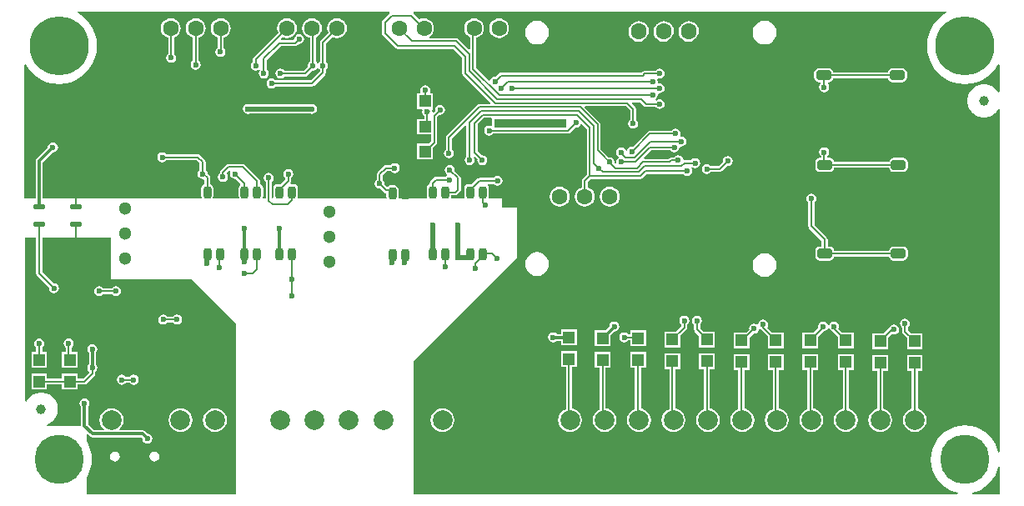
<source format=gtl>
G04 Layer_Physical_Order=1*
G04 Layer_Color=120*
%FSLAX44Y44*%
%MOMM*%
G71*
G01*
G75*
%ADD10C,1.0000*%
%ADD11R,1.2000X1.2000*%
G04:AMPARAMS|DCode=12|XSize=1.5mm|YSize=1mm|CornerRadius=0.25mm|HoleSize=0mm|Usage=FLASHONLY|Rotation=0.000|XOffset=0mm|YOffset=0mm|HoleType=Round|Shape=RoundedRectangle|*
%AMROUNDEDRECTD12*
21,1,1.5000,0.5000,0,0,0.0*
21,1,1.0000,1.0000,0,0,0.0*
1,1,0.5000,0.5000,-0.2500*
1,1,0.5000,-0.5000,-0.2500*
1,1,0.5000,-0.5000,0.2500*
1,1,0.5000,0.5000,0.2500*
%
%ADD12ROUNDEDRECTD12*%
%ADD13R,1.2000X1.2000*%
G04:AMPARAMS|DCode=14|XSize=0.5mm|YSize=1.25mm|CornerRadius=0.125mm|HoleSize=0mm|Usage=FLASHONLY|Rotation=270.000|XOffset=0mm|YOffset=0mm|HoleType=Round|Shape=RoundedRectangle|*
%AMROUNDEDRECTD14*
21,1,0.5000,1.0000,0,0,270.0*
21,1,0.2500,1.2500,0,0,270.0*
1,1,0.2500,-0.5000,-0.1250*
1,1,0.2500,-0.5000,0.1250*
1,1,0.2500,0.5000,0.1250*
1,1,0.2500,0.5000,-0.1250*
%
%ADD14ROUNDEDRECTD14*%
G04:AMPARAMS|DCode=15|XSize=1.2mm|YSize=0.8mm|CornerRadius=0.2mm|HoleSize=0mm|Usage=FLASHONLY|Rotation=90.000|XOffset=0mm|YOffset=0mm|HoleType=Round|Shape=RoundedRectangle|*
%AMROUNDEDRECTD15*
21,1,1.2000,0.4000,0,0,90.0*
21,1,0.8000,0.8000,0,0,90.0*
1,1,0.4000,0.2000,0.4000*
1,1,0.4000,0.2000,-0.4000*
1,1,0.4000,-0.2000,-0.4000*
1,1,0.4000,-0.2000,0.4000*
%
%ADD15ROUNDEDRECTD15*%
%ADD16C,0.2000*%
%ADD17C,0.3000*%
%ADD18C,0.5000*%
%ADD19R,7.3000X0.9000*%
%ADD20O,1.5000X2.0000*%
%ADD21C,2.0000*%
%ADD22C,1.6000*%
%ADD23C,1.3000*%
%ADD24C,5.0000*%
%ADD25C,6.0000*%
%ADD26C,0.6000*%
G36*
X941358Y493730D02*
X937300Y491244D01*
X932692Y487308D01*
X928756Y482700D01*
X925590Y477533D01*
X923271Y471934D01*
X921856Y466041D01*
X921381Y460000D01*
X921856Y453959D01*
X923271Y448066D01*
X925590Y442467D01*
X928756Y437300D01*
X932692Y432692D01*
X937300Y428756D01*
X942467Y425590D01*
X948066Y423271D01*
X953959Y421856D01*
X960000Y421381D01*
X966041Y421856D01*
X971934Y423271D01*
X977533Y425590D01*
X982700Y428756D01*
X987308Y432692D01*
X991244Y437300D01*
X993730Y441358D01*
X995000Y441000D01*
Y413117D01*
X993730Y412732D01*
X992262Y414929D01*
X989929Y417262D01*
X987185Y419095D01*
X984136Y420358D01*
X980900Y421002D01*
X977600D01*
X974364Y420358D01*
X971315Y419095D01*
X968571Y417262D01*
X966238Y414929D01*
X964405Y412185D01*
X963142Y409136D01*
X962498Y405900D01*
Y402600D01*
X963142Y399364D01*
X964405Y396315D01*
X966238Y393571D01*
X968571Y391238D01*
X971315Y389405D01*
X974364Y388142D01*
X977600Y387498D01*
X980900D01*
X984136Y388142D01*
X987185Y389405D01*
X989929Y391238D01*
X992262Y393571D01*
X993730Y395768D01*
X995000Y395383D01*
Y47441D01*
X993730Y47291D01*
X992913Y50694D01*
X990835Y55711D01*
X987997Y60341D01*
X984471Y64471D01*
X980341Y67997D01*
X975711Y70835D01*
X970694Y72913D01*
X965414Y74181D01*
X960000Y74607D01*
X954586Y74181D01*
X949306Y72913D01*
X944289Y70835D01*
X939659Y67997D01*
X935529Y64471D01*
X932003Y60341D01*
X929165Y55711D01*
X927087Y50694D01*
X925819Y45414D01*
X925393Y40000D01*
X925819Y34586D01*
X927087Y29306D01*
X929165Y24289D01*
X932003Y19659D01*
X935529Y15529D01*
X939659Y12003D01*
X944289Y9165D01*
X949306Y7087D01*
X952710Y6270D01*
X952559Y5000D01*
X400000D01*
Y15000D01*
X400000Y140000D01*
X450000Y190000D01*
X457923Y197923D01*
X505001Y245000D01*
X505000Y296000D01*
X490000Y296036D01*
Y305000D01*
X476902D01*
X476184Y306270D01*
X476428Y307500D01*
Y315500D01*
X476118Y317061D01*
X475234Y318384D01*
X474804Y318671D01*
X475189Y319941D01*
X481380D01*
X481745Y319395D01*
X483399Y318290D01*
X485350Y317902D01*
X487301Y318290D01*
X488955Y319395D01*
X490060Y321049D01*
X490448Y323000D01*
X490060Y324951D01*
X488955Y326605D01*
X487301Y327710D01*
X485350Y328098D01*
X483399Y327710D01*
X481745Y326605D01*
X481380Y326059D01*
X467000D01*
X467000Y326059D01*
X465829Y325826D01*
X464837Y325163D01*
X464837Y325163D01*
X459253Y319578D01*
X455650D01*
X454089Y319268D01*
X452766Y318384D01*
X451882Y317061D01*
X451572Y315500D01*
Y307500D01*
X451816Y306270D01*
X451099Y305000D01*
X438901D01*
X438184Y306270D01*
X438428Y307500D01*
Y308441D01*
X442500D01*
X442500Y308441D01*
X443671Y308674D01*
X444663Y309337D01*
X447163Y311837D01*
X447163Y311837D01*
X447826Y312829D01*
X448059Y314000D01*
Y326000D01*
X447826Y327170D01*
X447163Y328163D01*
X441970Y333356D01*
X442098Y334000D01*
X441710Y335951D01*
X440605Y337605D01*
X438951Y338710D01*
X437000Y339098D01*
X435049Y338710D01*
X433395Y337605D01*
X432290Y335951D01*
X431902Y334000D01*
X432290Y332049D01*
X433395Y330395D01*
X434340Y329764D01*
Y328236D01*
X433395Y327605D01*
X433030Y327059D01*
X423000D01*
X421829Y326826D01*
X420837Y326163D01*
X420837Y326163D01*
X417487Y322813D01*
X416824Y321821D01*
X416591Y320650D01*
X416591Y320650D01*
Y319368D01*
X416089Y319268D01*
X414766Y318384D01*
X413882Y317061D01*
X413572Y315500D01*
Y307500D01*
X413816Y306270D01*
X413098Y305000D01*
X385431Y305000D01*
X384625Y305982D01*
X384728Y306500D01*
Y314500D01*
X384418Y316061D01*
X383534Y317384D01*
X382211Y318268D01*
X380650Y318578D01*
X376650D01*
X375089Y318268D01*
X373766Y317384D01*
X372697Y317278D01*
X370620Y319356D01*
X370748Y320000D01*
X370360Y321951D01*
X369255Y323605D01*
X368709Y323970D01*
Y328383D01*
X373267Y332941D01*
X377030D01*
X377395Y332395D01*
X379049Y331290D01*
X381000Y330902D01*
X382951Y331290D01*
X384605Y332395D01*
X385710Y334049D01*
X386098Y336000D01*
X385710Y337951D01*
X384605Y339605D01*
X382951Y340710D01*
X381000Y341098D01*
X379049Y340710D01*
X377395Y339605D01*
X377030Y339059D01*
X372000D01*
X370829Y338826D01*
X369837Y338163D01*
X369837Y338163D01*
X363487Y331813D01*
X362824Y330821D01*
X362591Y329650D01*
X362591Y329650D01*
Y323970D01*
X362045Y323605D01*
X360940Y321951D01*
X360552Y320000D01*
X360940Y318049D01*
X362045Y316395D01*
X363699Y315290D01*
X365650Y314902D01*
X366294Y315030D01*
X370137Y311187D01*
X370137Y311187D01*
X371129Y310524D01*
X372300Y310291D01*
X372572D01*
Y306500D01*
X372675Y305982D01*
X371869Y305000D01*
X282901Y305000D01*
X282184Y306270D01*
X282428Y307500D01*
Y315500D01*
X282118Y317061D01*
X281234Y318384D01*
X279911Y319268D01*
X278350Y319578D01*
X275700D01*
X275163Y320837D01*
X275826Y321829D01*
X276059Y323000D01*
Y326030D01*
X276605Y326395D01*
X277710Y328049D01*
X278098Y330000D01*
X277710Y331951D01*
X276605Y333605D01*
X274951Y334710D01*
X273000Y335098D01*
X271049Y334710D01*
X269395Y333605D01*
X268290Y331951D01*
X267902Y330000D01*
X268290Y328049D01*
X269395Y326395D01*
X269941Y326030D01*
Y324267D01*
X265253Y319578D01*
X261650D01*
X260089Y319268D01*
X258766Y318384D01*
X257882Y317061D01*
X257572Y315500D01*
Y307500D01*
X257760Y306554D01*
X256907Y305518D01*
X256059Y305742D01*
Y322030D01*
X256605Y322395D01*
X257710Y324049D01*
X258098Y326000D01*
X257710Y327951D01*
X256605Y329605D01*
X254951Y330710D01*
X253000Y331098D01*
X251049Y330710D01*
X249395Y329605D01*
X248290Y327951D01*
X247902Y326000D01*
X248290Y324049D01*
X249395Y322395D01*
X249941Y322030D01*
Y305000D01*
X247901D01*
X247184Y306270D01*
X247428Y307500D01*
Y315500D01*
X247118Y317061D01*
X246234Y318384D01*
X244911Y319268D01*
X244409Y319368D01*
Y322650D01*
X244409Y322650D01*
X244176Y323820D01*
X243513Y324813D01*
X229163Y339163D01*
X228171Y339826D01*
X227000Y340059D01*
X227000Y340059D01*
X212000D01*
X212000Y340059D01*
X210830Y339826D01*
X209837Y339163D01*
X209837Y339163D01*
X204487Y333813D01*
X203824Y332821D01*
X203591Y331650D01*
X203591Y331650D01*
Y330970D01*
X203045Y330605D01*
X201940Y328951D01*
X201552Y327000D01*
X201940Y325049D01*
X203045Y323395D01*
X204699Y322290D01*
X206650Y321902D01*
X208601Y322290D01*
X210255Y323395D01*
X211360Y325049D01*
X211748Y327000D01*
X211360Y328951D01*
X210255Y330605D01*
X210226Y330900D01*
X212945Y333619D01*
X213925Y333517D01*
X214525Y332303D01*
X214290Y331951D01*
X213902Y330000D01*
X214290Y328049D01*
X215395Y326395D01*
X217049Y325290D01*
X219000Y324902D01*
X219644Y325030D01*
X224364Y320311D01*
X224203Y318675D01*
X223766Y318384D01*
X222882Y317061D01*
X222572Y315500D01*
Y307500D01*
X222816Y306270D01*
X222099Y305000D01*
X197201Y305000D01*
X196484Y306270D01*
X196728Y307500D01*
Y315500D01*
X196418Y317061D01*
X195534Y318384D01*
X194211Y319268D01*
X193709Y319368D01*
Y326350D01*
X193709Y326350D01*
X193476Y327520D01*
X192813Y328513D01*
X191041Y330284D01*
X190710Y331951D01*
X189605Y333605D01*
X189059Y333970D01*
Y342000D01*
X188826Y343171D01*
X188163Y344163D01*
X188163Y344163D01*
X183163Y349163D01*
X182171Y349826D01*
X181000Y350059D01*
X181000Y350059D01*
X148970D01*
X148605Y350605D01*
X146951Y351710D01*
X145000Y352098D01*
X143049Y351710D01*
X141395Y350605D01*
X140290Y348951D01*
X139902Y347000D01*
X140290Y345049D01*
X141395Y343395D01*
X143049Y342290D01*
X145000Y341902D01*
X146951Y342290D01*
X148605Y343395D01*
X148970Y343941D01*
X179733D01*
X182941Y340733D01*
Y333970D01*
X182395Y333605D01*
X181290Y331951D01*
X180902Y330000D01*
X181290Y328049D01*
X182395Y326395D01*
X184049Y325290D01*
X186000Y324902D01*
X186321Y324966D01*
X187591Y323924D01*
Y319368D01*
X187089Y319268D01*
X185766Y318384D01*
X184882Y317061D01*
X184572Y315500D01*
Y307500D01*
X184816Y306270D01*
X184098Y305000D01*
X23569Y305000D01*
Y341522D01*
X33957Y351911D01*
X34000Y351902D01*
X35951Y352290D01*
X37605Y353395D01*
X38710Y355049D01*
X39098Y357000D01*
X38710Y358951D01*
X37605Y360605D01*
X35951Y361710D01*
X34000Y362098D01*
X32049Y361710D01*
X30395Y360605D01*
X29290Y358951D01*
X28902Y357000D01*
X28911Y356957D01*
X17477Y345523D01*
X16703Y344366D01*
X16431Y343000D01*
Y305000D01*
X5000D01*
X5000Y441000D01*
X6270Y441358D01*
X8756Y437300D01*
X12692Y432692D01*
X17300Y428756D01*
X22467Y425590D01*
X28066Y423271D01*
X33959Y421856D01*
X40000Y421381D01*
X46041Y421856D01*
X51934Y423271D01*
X57533Y425590D01*
X62700Y428756D01*
X67308Y432692D01*
X71244Y437300D01*
X74410Y442467D01*
X76729Y448066D01*
X78144Y453959D01*
X78619Y460000D01*
X78144Y466041D01*
X76729Y471934D01*
X74410Y477533D01*
X71244Y482700D01*
X67308Y487308D01*
X62700Y491244D01*
X58642Y493730D01*
X59000Y495000D01*
X375745D01*
X375938Y494758D01*
X375837Y493163D01*
X368837Y486163D01*
X368174Y485171D01*
X367941Y484000D01*
X367941Y484000D01*
Y473000D01*
X367941Y473000D01*
X368174Y471829D01*
X368837Y470837D01*
X381837Y457837D01*
X381837Y457837D01*
X382830Y457174D01*
X384000Y456941D01*
X440733D01*
X449541Y448133D01*
Y432400D01*
X449541Y432400D01*
X449774Y431230D01*
X450437Y430237D01*
X478442Y402232D01*
X477956Y401059D01*
X467000D01*
X465829Y400826D01*
X464837Y400163D01*
X433837Y369163D01*
X433174Y368171D01*
X432941Y367000D01*
X432941Y367000D01*
Y354970D01*
X432395Y354605D01*
X431290Y352951D01*
X430902Y351000D01*
X431290Y349049D01*
X432395Y347395D01*
X434049Y346290D01*
X436000Y345902D01*
X437951Y346290D01*
X439605Y347395D01*
X440710Y349049D01*
X441098Y351000D01*
X440710Y352951D01*
X439605Y354605D01*
X439059Y354970D01*
Y365733D01*
X452768Y379442D01*
X453941Y378956D01*
Y347970D01*
X453395Y347605D01*
X452290Y345951D01*
X451902Y344000D01*
X452290Y342049D01*
X453395Y340395D01*
X455049Y339290D01*
X457000Y338902D01*
X458951Y339290D01*
X460605Y340395D01*
X461710Y342049D01*
X462098Y344000D01*
X461710Y345951D01*
X461272Y346606D01*
X462259Y347416D01*
X465030Y344644D01*
X464902Y344000D01*
X465290Y342049D01*
X466395Y340395D01*
X468049Y339290D01*
X470000Y338902D01*
X471951Y339290D01*
X473605Y340395D01*
X474710Y342049D01*
X475098Y344000D01*
X474710Y345951D01*
X473605Y347605D01*
X471951Y348710D01*
X470000Y349098D01*
X469356Y348970D01*
X465059Y353267D01*
Y380419D01*
X471581Y386941D01*
X478853D01*
X479961Y386000D01*
Y379446D01*
X478691Y378762D01*
X477000Y379098D01*
X475049Y378710D01*
X473395Y377605D01*
X472290Y375951D01*
X471902Y374000D01*
X472290Y372049D01*
X473395Y370395D01*
X475049Y369290D01*
X477000Y368902D01*
X478951Y369290D01*
X480605Y370395D01*
X480970Y370941D01*
X557000D01*
X557000Y370941D01*
X558171Y371174D01*
X559163Y371837D01*
X564356Y377030D01*
X565000Y376902D01*
X566951Y377290D01*
X568605Y378395D01*
X569710Y380049D01*
X569765Y380325D01*
X570980Y380694D01*
X575941Y375733D01*
Y329267D01*
X571837Y325163D01*
X571174Y324170D01*
X570941Y323000D01*
X570941Y323000D01*
Y316557D01*
X568957Y315735D01*
X566868Y314132D01*
X565265Y312043D01*
X564257Y309611D01*
X563914Y307000D01*
X564257Y304389D01*
X565265Y301957D01*
X566868Y299868D01*
X568957Y298265D01*
X571390Y297257D01*
X574000Y296914D01*
X576610Y297257D01*
X579043Y298265D01*
X581132Y299868D01*
X582735Y301957D01*
X583743Y304389D01*
X584086Y307000D01*
X583743Y309611D01*
X582735Y312043D01*
X581132Y314132D01*
X579043Y315735D01*
X577059Y316557D01*
Y321733D01*
X580267Y324941D01*
X630313D01*
X630314Y324941D01*
X631484Y325174D01*
X632477Y325837D01*
X636581Y329941D01*
X674030D01*
X674395Y329395D01*
X676049Y328290D01*
X678000Y327902D01*
X679951Y328290D01*
X681605Y329395D01*
X682710Y331049D01*
X683098Y333000D01*
X682710Y334951D01*
X681857Y336227D01*
X682773Y337143D01*
X684049Y336290D01*
X686000Y335902D01*
X687951Y336290D01*
X689605Y337395D01*
X690710Y339049D01*
X691098Y341000D01*
X690710Y342951D01*
X689605Y344605D01*
X687951Y345710D01*
X686000Y346098D01*
X684049Y345710D01*
X682395Y344605D01*
X682030Y344059D01*
X675000D01*
X675000Y344059D01*
X673873Y345130D01*
X673710Y345951D01*
X672605Y347605D01*
X670951Y348710D01*
X669000Y349098D01*
X667049Y348710D01*
X665395Y347605D01*
X665030Y347059D01*
X662000D01*
X660829Y346826D01*
X659837Y346163D01*
X658733Y345059D01*
X634323D01*
X633797Y346329D01*
X641409Y353941D01*
X661030D01*
X661395Y353395D01*
X663049Y352290D01*
X665000Y351902D01*
X666951Y352290D01*
X668605Y353395D01*
X669710Y355049D01*
X670098Y357000D01*
X671181Y358065D01*
X672000Y357902D01*
X673951Y358290D01*
X675605Y359395D01*
X676710Y361049D01*
X677098Y363000D01*
X676710Y364951D01*
X675605Y366605D01*
X673951Y367710D01*
X672000Y368098D01*
X671540Y368006D01*
X670709Y369048D01*
X671097Y370999D01*
X670709Y372950D01*
X669604Y374604D01*
X667950Y375709D01*
X665999Y376097D01*
X664048Y375709D01*
X662394Y374604D01*
X662029Y374058D01*
X639999D01*
X639999Y374058D01*
X638829Y373825D01*
X637836Y373162D01*
X622644Y357970D01*
X622000Y358098D01*
X620049Y357710D01*
X618395Y356605D01*
X617290Y354951D01*
X617048Y353734D01*
X615753D01*
X615710Y353951D01*
X614605Y355605D01*
X612951Y356710D01*
X611000Y357098D01*
X609049Y356710D01*
X607395Y355605D01*
X606290Y353951D01*
X605902Y352000D01*
X606290Y350049D01*
X607395Y348395D01*
X608340Y347764D01*
Y346236D01*
X607395Y345605D01*
X606290Y343951D01*
X605902Y342000D01*
X606096Y341026D01*
X604925Y340400D01*
X603970Y341356D01*
X604098Y342000D01*
X603710Y343951D01*
X602605Y345605D01*
X600951Y346710D01*
X599000Y347098D01*
X598356Y346970D01*
X590059Y355267D01*
Y380313D01*
X590059Y380314D01*
X589826Y381484D01*
X589163Y382477D01*
X573871Y397768D01*
X574358Y398941D01*
X615733D01*
X619941Y394733D01*
Y384970D01*
X619395Y384605D01*
X618290Y382951D01*
X617902Y381000D01*
X618290Y379049D01*
X619395Y377395D01*
X621049Y376290D01*
X623000Y375902D01*
X624951Y376290D01*
X626605Y377395D01*
X627710Y379049D01*
X628098Y381000D01*
X627710Y382951D01*
X626605Y384605D01*
X626059Y384970D01*
Y396000D01*
X626059Y396000D01*
X625826Y397170D01*
X625163Y398163D01*
X625163Y398163D01*
X621558Y401768D01*
X622044Y402941D01*
X629733D01*
X633837Y398837D01*
X633837Y398837D01*
X634829Y398174D01*
X636000Y397941D01*
X636000Y397941D01*
X646030D01*
X646395Y397395D01*
X648049Y396290D01*
X650000Y395902D01*
X651951Y396290D01*
X653605Y397395D01*
X654710Y399049D01*
X655098Y401000D01*
X654710Y402951D01*
X653605Y404605D01*
X651951Y405710D01*
X650000Y406098D01*
X648049Y405710D01*
X646395Y404605D01*
X646253Y404632D01*
X645982Y405979D01*
X646605Y406395D01*
X647710Y408049D01*
X648098Y410000D01*
X647894Y411026D01*
X648974Y412106D01*
X650000Y411902D01*
X651951Y412290D01*
X653605Y413395D01*
X654710Y415049D01*
X655098Y417000D01*
X654710Y418951D01*
X653605Y420605D01*
X651951Y421710D01*
X650000Y422098D01*
X648974Y421894D01*
X647894Y422974D01*
X648098Y424000D01*
X647710Y425951D01*
X647548Y426194D01*
X647610Y426331D01*
X648388Y427223D01*
X650000Y426902D01*
X651951Y427290D01*
X653605Y428395D01*
X654710Y430049D01*
X655098Y432000D01*
X654710Y433951D01*
X653605Y435605D01*
X651951Y436710D01*
X650000Y437098D01*
X648049Y436710D01*
X646395Y435605D01*
X646030Y435059D01*
X635000D01*
X635000Y435059D01*
X633829Y434826D01*
X632837Y434163D01*
X632837Y434163D01*
X631733Y433059D01*
X489000D01*
X489000Y433059D01*
X487830Y432826D01*
X486837Y432163D01*
X486837Y432163D01*
X483644Y428970D01*
X483000Y429098D01*
X481049Y428710D01*
X479395Y427605D01*
X478290Y425951D01*
X478104Y425017D01*
X476726Y424599D01*
X463659Y437667D01*
Y468185D01*
X464211Y468257D01*
X466643Y469265D01*
X468732Y470868D01*
X470335Y472957D01*
X471343Y475390D01*
X471686Y478000D01*
X471343Y480611D01*
X470335Y483043D01*
X468732Y485132D01*
X466643Y486735D01*
X464211Y487743D01*
X461600Y488086D01*
X458989Y487743D01*
X456557Y486735D01*
X454468Y485132D01*
X452865Y483043D01*
X451857Y480611D01*
X451514Y478000D01*
X451857Y475390D01*
X452865Y472957D01*
X454468Y470868D01*
X456557Y469265D01*
X457541Y468857D01*
Y457044D01*
X456368Y456558D01*
X445763Y467163D01*
X444771Y467826D01*
X443600Y468059D01*
X443600Y468059D01*
X416614D01*
X415921Y469193D01*
X415926Y469329D01*
X417932Y470868D01*
X419535Y472957D01*
X420543Y475390D01*
X420886Y478000D01*
X420543Y480611D01*
X419535Y483043D01*
X417932Y485132D01*
X415843Y486735D01*
X413410Y487743D01*
X410800Y488086D01*
X408190Y487743D01*
X406205Y486921D01*
X399963Y493163D01*
X399862Y494758D01*
X400055Y495000D01*
X941000D01*
X941358Y493730D01*
D02*
G37*
G36*
X93000Y223000D02*
X175000Y223000D01*
X219500Y178500D01*
X219500Y121500D01*
Y84000D01*
Y5000D01*
X68000D01*
Y21577D01*
X69941Y24744D01*
X71959Y29616D01*
X73190Y34743D01*
X73604Y40000D01*
X73190Y45257D01*
X71959Y50384D01*
X69941Y55256D01*
X68000Y58423D01*
Y65294D01*
X69173Y65780D01*
X71477Y63477D01*
X72634Y62703D01*
X74000Y62431D01*
X123522D01*
X124910Y61043D01*
X124902Y61000D01*
X125290Y59049D01*
X126395Y57395D01*
X128049Y56290D01*
X130000Y55902D01*
X131951Y56290D01*
X133605Y57395D01*
X134710Y59049D01*
X135098Y61000D01*
X134710Y62951D01*
X133605Y64605D01*
X131951Y65710D01*
X130000Y66098D01*
X129957Y66090D01*
X127523Y68523D01*
X126366Y69297D01*
X125000Y69569D01*
X101593D01*
X101185Y70771D01*
X102058Y71441D01*
X103982Y73948D01*
X105191Y76867D01*
X105604Y80000D01*
X105191Y83133D01*
X103982Y86052D01*
X102058Y88559D01*
X99552Y90482D01*
X96633Y91691D01*
X93500Y92104D01*
X90367Y91691D01*
X87448Y90482D01*
X84942Y88559D01*
X83018Y86052D01*
X81809Y83133D01*
X81396Y80000D01*
X81809Y76867D01*
X83018Y73948D01*
X84942Y71441D01*
X85815Y70771D01*
X85407Y69569D01*
X75478D01*
X69569Y75478D01*
Y93371D01*
X69605Y93395D01*
X70710Y95049D01*
X71098Y97000D01*
X70710Y98951D01*
X69605Y100605D01*
X67951Y101710D01*
X66000Y102098D01*
X64049Y101710D01*
X62395Y100605D01*
X61290Y98951D01*
X60902Y97000D01*
X61290Y95049D01*
X62395Y93395D01*
X62431Y93371D01*
Y74000D01*
X27698Y74000D01*
X27446Y75270D01*
X30185Y76405D01*
X32929Y78238D01*
X35262Y80571D01*
X37095Y83315D01*
X38358Y86364D01*
X39002Y89600D01*
Y92900D01*
X38358Y96136D01*
X37095Y99185D01*
X35262Y101929D01*
X32929Y104262D01*
X30185Y106095D01*
X27136Y107358D01*
X23900Y108002D01*
X20600D01*
X17364Y107358D01*
X14315Y106095D01*
X11571Y104262D01*
X9238Y101929D01*
X7405Y99185D01*
X7270Y98860D01*
X6000Y99113D01*
X6000Y265000D01*
X16941D01*
Y229000D01*
X16941Y229000D01*
X17174Y227829D01*
X17837Y226837D01*
X30030Y214644D01*
X29902Y214000D01*
X30290Y212049D01*
X31395Y210395D01*
X33049Y209290D01*
X35000Y208902D01*
X36951Y209290D01*
X38605Y210395D01*
X39710Y212049D01*
X40098Y214000D01*
X39710Y215951D01*
X38605Y217605D01*
X36951Y218710D01*
X35000Y219098D01*
X34356Y218970D01*
X23059Y230267D01*
Y265000D01*
X93000Y265000D01*
Y223000D01*
D02*
G37*
G36*
X995000Y32559D02*
Y5000D01*
X967441D01*
X967290Y6270D01*
X970694Y7087D01*
X975711Y9165D01*
X980341Y12003D01*
X984471Y15529D01*
X987997Y19659D01*
X990835Y24289D01*
X992913Y29306D01*
X993730Y32709D01*
X995000Y32559D01*
D02*
G37*
%LPC*%
G36*
X882000Y146000D02*
X866000D01*
Y130000D01*
X870941D01*
Y91701D01*
X870867Y91691D01*
X867948Y90482D01*
X865442Y88559D01*
X863518Y86052D01*
X862309Y83133D01*
X861896Y80000D01*
X862309Y76867D01*
X863518Y73948D01*
X865442Y71441D01*
X867948Y69518D01*
X870867Y68309D01*
X874000Y67896D01*
X877133Y68309D01*
X880052Y69518D01*
X882559Y71441D01*
X884482Y73948D01*
X885691Y76867D01*
X886104Y80000D01*
X885691Y83133D01*
X884482Y86052D01*
X882559Y88559D01*
X880052Y90482D01*
X877133Y91691D01*
X877059Y91701D01*
Y130000D01*
X882000D01*
Y146000D01*
D02*
G37*
G36*
X847000Y147000D02*
X831000D01*
Y131000D01*
X835941D01*
Y91701D01*
X835867Y91691D01*
X832948Y90482D01*
X830442Y88559D01*
X828518Y86052D01*
X827309Y83133D01*
X826896Y80000D01*
X827309Y76867D01*
X828518Y73948D01*
X830442Y71441D01*
X832948Y69518D01*
X835867Y68309D01*
X839000Y67896D01*
X842133Y68309D01*
X845052Y69518D01*
X847559Y71441D01*
X849482Y73948D01*
X850691Y76867D01*
X851104Y80000D01*
X850691Y83133D01*
X849482Y86052D01*
X847559Y88559D01*
X845052Y90482D01*
X842133Y91691D01*
X842059Y91701D01*
Y131000D01*
X847000D01*
Y147000D01*
D02*
G37*
G36*
X917000Y146000D02*
X901000D01*
Y130000D01*
X905941D01*
Y91701D01*
X905867Y91691D01*
X902948Y90482D01*
X900442Y88559D01*
X898518Y86052D01*
X897309Y83133D01*
X896897Y80000D01*
X897309Y76867D01*
X898518Y73948D01*
X900442Y71441D01*
X902948Y69518D01*
X905867Y68309D01*
X909000Y67896D01*
X912133Y68309D01*
X915052Y69518D01*
X917559Y71441D01*
X919482Y73948D01*
X920691Y76867D01*
X921104Y80000D01*
X920691Y83133D01*
X919482Y86052D01*
X917559Y88559D01*
X915052Y90482D01*
X912133Y91691D01*
X912059Y91701D01*
Y130000D01*
X917000D01*
Y146000D01*
D02*
G37*
G36*
X688000Y186098D02*
X686049Y185710D01*
X684395Y184605D01*
X683290Y182951D01*
X682902Y181000D01*
X683290Y179049D01*
X684395Y177395D01*
X684941Y177030D01*
Y172000D01*
X684941Y172000D01*
X685174Y170830D01*
X685837Y169837D01*
X690000Y165674D01*
Y154000D01*
X706000D01*
Y170000D01*
X694326D01*
X691059Y173267D01*
Y177030D01*
X691605Y177395D01*
X692710Y179049D01*
X693098Y181000D01*
X692710Y182951D01*
X691605Y184605D01*
X689951Y185710D01*
X688000Y186098D01*
D02*
G37*
G36*
X888000Y177098D02*
X886049Y176710D01*
X884395Y175605D01*
X883290Y173951D01*
X883207Y173533D01*
X877674Y168000D01*
X866000D01*
Y152000D01*
X882000D01*
Y163674D01*
X885789Y167464D01*
X886049Y167290D01*
X888000Y166902D01*
X889951Y167290D01*
X891605Y168395D01*
X892710Y170049D01*
X893098Y172000D01*
X892710Y173951D01*
X891605Y175605D01*
X889951Y176710D01*
X888000Y177098D01*
D02*
G37*
G36*
X636000Y171000D02*
X620000D01*
Y167059D01*
X617970D01*
X617605Y167605D01*
X615951Y168710D01*
X614000Y169098D01*
X612049Y168710D01*
X610395Y167605D01*
X609290Y165951D01*
X608902Y164000D01*
X609290Y162049D01*
X610395Y160395D01*
X612049Y159290D01*
X614000Y158902D01*
X615951Y159290D01*
X617605Y160395D01*
X617970Y160941D01*
X620000D01*
Y155000D01*
X636000D01*
Y171000D01*
D02*
G37*
G36*
X899000Y183098D02*
X897049Y182710D01*
X895395Y181605D01*
X894290Y179951D01*
X893902Y178000D01*
X894290Y176049D01*
X895395Y174395D01*
X895941Y174030D01*
Y170000D01*
X895941Y170000D01*
X896174Y168829D01*
X896837Y167837D01*
X901000Y163674D01*
Y152000D01*
X917000D01*
Y168000D01*
X905326D01*
X902059Y171267D01*
Y174030D01*
X902605Y174395D01*
X903710Y176049D01*
X904098Y178000D01*
X903710Y179951D01*
X902605Y181605D01*
X900951Y182710D01*
X899000Y183098D01*
D02*
G37*
G36*
X675000Y186098D02*
X673049Y185710D01*
X671395Y184605D01*
X670290Y182951D01*
X669902Y181000D01*
X670290Y179049D01*
X671395Y177395D01*
X671941Y177030D01*
Y175267D01*
X666674Y170000D01*
X655000D01*
Y154000D01*
X671000D01*
Y165674D01*
X677163Y171837D01*
X677163Y171837D01*
X677826Y172829D01*
X678059Y174000D01*
Y177030D01*
X678605Y177395D01*
X679710Y179049D01*
X680098Y181000D01*
X679710Y182951D01*
X678605Y184605D01*
X676951Y185710D01*
X675000Y186098D01*
D02*
G37*
G36*
X429500Y92104D02*
X426367Y91691D01*
X423448Y90482D01*
X420942Y88559D01*
X419018Y86052D01*
X417809Y83133D01*
X417396Y80000D01*
X417809Y76867D01*
X419018Y73948D01*
X420942Y71441D01*
X423448Y69518D01*
X426367Y68309D01*
X429500Y67896D01*
X432633Y68309D01*
X435552Y69518D01*
X438059Y71441D01*
X439982Y73948D01*
X441191Y76867D01*
X441604Y80000D01*
X441191Y83133D01*
X439982Y86052D01*
X438059Y88559D01*
X435552Y90482D01*
X432633Y91691D01*
X429500Y92104D01*
D02*
G37*
G36*
X566000Y150000D02*
X550000D01*
Y134000D01*
X554941D01*
Y91307D01*
X552948Y90482D01*
X550442Y88559D01*
X548518Y86052D01*
X547309Y83133D01*
X546896Y80000D01*
X547309Y76867D01*
X548518Y73948D01*
X550442Y71441D01*
X552948Y69518D01*
X555867Y68309D01*
X559000Y67896D01*
X562133Y68309D01*
X565052Y69518D01*
X567559Y71441D01*
X569482Y73948D01*
X570691Y76867D01*
X571104Y80000D01*
X570691Y83133D01*
X569482Y86052D01*
X567559Y88559D01*
X565052Y90482D01*
X562133Y91691D01*
X561059Y91833D01*
Y134000D01*
X566000D01*
Y150000D01*
D02*
G37*
G36*
X600000Y149000D02*
X584000D01*
Y133000D01*
X588941D01*
Y90893D01*
X587948Y90482D01*
X585442Y88559D01*
X583518Y86052D01*
X582309Y83133D01*
X581896Y80000D01*
X582309Y76867D01*
X583518Y73948D01*
X585442Y71441D01*
X587948Y69518D01*
X590867Y68309D01*
X594000Y67896D01*
X597133Y68309D01*
X600052Y69518D01*
X602559Y71441D01*
X604482Y73948D01*
X605691Y76867D01*
X606104Y80000D01*
X605691Y83133D01*
X604482Y86052D01*
X602559Y88559D01*
X600052Y90482D01*
X597133Y91691D01*
X595059Y91964D01*
Y133000D01*
X600000D01*
Y149000D01*
D02*
G37*
G36*
X741000Y147000D02*
X725000D01*
Y131000D01*
X729941D01*
Y91307D01*
X727948Y90482D01*
X725442Y88559D01*
X723518Y86052D01*
X722309Y83133D01*
X721896Y80000D01*
X722309Y76867D01*
X723518Y73948D01*
X725442Y71441D01*
X727948Y69518D01*
X730867Y68309D01*
X734000Y67896D01*
X737133Y68309D01*
X740052Y69518D01*
X742559Y71441D01*
X744482Y73948D01*
X745691Y76867D01*
X746104Y80000D01*
X745691Y83133D01*
X744482Y86052D01*
X742559Y88559D01*
X740052Y90482D01*
X737133Y91691D01*
X736059Y91833D01*
Y131000D01*
X741000D01*
Y147000D01*
D02*
G37*
G36*
X776000D02*
X760000D01*
Y131000D01*
X764941D01*
Y91307D01*
X762948Y90482D01*
X760442Y88559D01*
X758518Y86052D01*
X757309Y83133D01*
X756896Y80000D01*
X757309Y76867D01*
X758518Y73948D01*
X760442Y71441D01*
X762948Y69518D01*
X765867Y68309D01*
X769000Y67896D01*
X772133Y68309D01*
X775052Y69518D01*
X777559Y71441D01*
X779482Y73948D01*
X780691Y76867D01*
X781104Y80000D01*
X780691Y83133D01*
X779482Y86052D01*
X777559Y88559D01*
X775052Y90482D01*
X772133Y91691D01*
X771059Y91833D01*
Y131000D01*
X776000D01*
Y147000D01*
D02*
G37*
G36*
X811000D02*
X795000D01*
Y131000D01*
X799941D01*
Y91307D01*
X797948Y90482D01*
X795442Y88559D01*
X793518Y86052D01*
X792309Y83133D01*
X791896Y80000D01*
X792309Y76867D01*
X793518Y73948D01*
X795442Y71441D01*
X797948Y69518D01*
X800867Y68309D01*
X804000Y67896D01*
X807133Y68309D01*
X810052Y69518D01*
X812559Y71441D01*
X814482Y73948D01*
X815691Y76867D01*
X816104Y80000D01*
X815691Y83133D01*
X814482Y86052D01*
X812559Y88559D01*
X810052Y90482D01*
X807133Y91691D01*
X806059Y91833D01*
Y131000D01*
X811000D01*
Y147000D01*
D02*
G37*
G36*
X636000Y149000D02*
X620000D01*
Y133000D01*
X624941D01*
Y91307D01*
X622948Y90482D01*
X620442Y88559D01*
X618518Y86052D01*
X617309Y83133D01*
X616896Y80000D01*
X617309Y76867D01*
X618518Y73948D01*
X620442Y71441D01*
X622948Y69518D01*
X625867Y68309D01*
X629000Y67896D01*
X632133Y68309D01*
X635052Y69518D01*
X637559Y71441D01*
X639482Y73948D01*
X640691Y76867D01*
X641104Y80000D01*
X640691Y83133D01*
X639482Y86052D01*
X637559Y88559D01*
X635052Y90482D01*
X632133Y91691D01*
X631059Y91833D01*
Y133000D01*
X636000D01*
Y149000D01*
D02*
G37*
G36*
X671000Y148000D02*
X655000D01*
Y132000D01*
X659941D01*
Y91307D01*
X657948Y90482D01*
X655442Y88559D01*
X653518Y86052D01*
X652309Y83133D01*
X651896Y80000D01*
X652309Y76867D01*
X653518Y73948D01*
X655442Y71441D01*
X657948Y69518D01*
X660867Y68309D01*
X664000Y67896D01*
X667133Y68309D01*
X670052Y69518D01*
X672559Y71441D01*
X674482Y73948D01*
X675691Y76867D01*
X676104Y80000D01*
X675691Y83133D01*
X674482Y86052D01*
X672559Y88559D01*
X670052Y90482D01*
X667133Y91691D01*
X666059Y91833D01*
Y132000D01*
X671000D01*
Y148000D01*
D02*
G37*
G36*
X706000D02*
X690000D01*
Y132000D01*
X694941D01*
Y91307D01*
X692948Y90482D01*
X690442Y88559D01*
X688518Y86052D01*
X687309Y83133D01*
X686896Y80000D01*
X687309Y76867D01*
X688518Y73948D01*
X690442Y71441D01*
X692948Y69518D01*
X695867Y68309D01*
X699000Y67896D01*
X702133Y68309D01*
X705052Y69518D01*
X707559Y71441D01*
X709482Y73948D01*
X710691Y76867D01*
X711104Y80000D01*
X710691Y83133D01*
X709482Y86052D01*
X707559Y88559D01*
X705052Y90482D01*
X702133Y91691D01*
X701059Y91833D01*
Y132000D01*
X706000D01*
Y148000D01*
D02*
G37*
G36*
X566000Y172000D02*
X550000D01*
Y167569D01*
X545629D01*
X545605Y167605D01*
X543951Y168710D01*
X542000Y169098D01*
X540049Y168710D01*
X538395Y167605D01*
X537290Y165951D01*
X536902Y164000D01*
X537290Y162049D01*
X538395Y160395D01*
X540049Y159290D01*
X542000Y158902D01*
X543951Y159290D01*
X545605Y160395D01*
X545629Y160431D01*
X550000D01*
Y156000D01*
X566000D01*
Y172000D01*
D02*
G37*
G36*
X322400Y488086D02*
X319790Y487743D01*
X317357Y486735D01*
X315268Y485132D01*
X313665Y483043D01*
X312657Y480611D01*
X312314Y478000D01*
X312657Y475390D01*
X313479Y473405D01*
X305837Y465762D01*
X305173Y464770D01*
X304941Y463599D01*
X304941Y463599D01*
Y443969D01*
X304395Y443604D01*
X303764Y442660D01*
X302236D01*
X301605Y443605D01*
X301059Y443970D01*
Y468857D01*
X302043Y469265D01*
X304132Y470868D01*
X305735Y472957D01*
X306743Y475390D01*
X307086Y478000D01*
X306743Y480611D01*
X305735Y483043D01*
X304132Y485132D01*
X302043Y486735D01*
X299611Y487743D01*
X297000Y488086D01*
X294389Y487743D01*
X291957Y486735D01*
X289868Y485132D01*
X288265Y483043D01*
X287257Y480611D01*
X286914Y478000D01*
X287257Y475390D01*
X288265Y472957D01*
X289868Y470868D01*
X291957Y469265D01*
X294389Y468257D01*
X294941Y468185D01*
Y443970D01*
X294395Y443605D01*
X293290Y441951D01*
X292902Y440000D01*
X293030Y439356D01*
X288733Y435059D01*
X268970D01*
X268605Y435605D01*
X266951Y436710D01*
X265000Y437098D01*
X263049Y436710D01*
X261395Y435605D01*
X260290Y433951D01*
X259902Y432000D01*
X260290Y430049D01*
X261395Y428395D01*
X263049Y427290D01*
X265000Y426902D01*
X266951Y427290D01*
X268605Y428395D01*
X268970Y428941D01*
X290000D01*
X290000Y428941D01*
X291171Y429174D01*
X292163Y429837D01*
X297356Y435030D01*
X298000Y434902D01*
X299951Y435290D01*
X301605Y436395D01*
X302236Y437339D01*
X303763D01*
X304395Y436394D01*
X304941Y436030D01*
Y434266D01*
X295733Y425059D01*
X259970D01*
X259605Y425605D01*
X257951Y426710D01*
X256000Y427098D01*
X254049Y426710D01*
X252395Y425605D01*
X251290Y423951D01*
X250902Y422000D01*
X251290Y420049D01*
X252395Y418395D01*
X254049Y417290D01*
X256000Y416902D01*
X257951Y417290D01*
X259605Y418395D01*
X259970Y418941D01*
X297000D01*
X297000Y418941D01*
X298171Y419174D01*
X299163Y419837D01*
X310162Y430836D01*
X310825Y431829D01*
X311058Y432999D01*
X311058Y432999D01*
Y436030D01*
X311604Y436394D01*
X312709Y438048D01*
X313097Y439999D01*
X312709Y441950D01*
X311604Y443604D01*
X311058Y443969D01*
Y462332D01*
X317805Y469079D01*
X319790Y468257D01*
X322400Y467914D01*
X325010Y468257D01*
X327443Y469265D01*
X329532Y470868D01*
X331135Y472957D01*
X332143Y475390D01*
X332486Y478000D01*
X332143Y480611D01*
X331135Y483043D01*
X329532Y485132D01*
X327443Y486735D01*
X325010Y487743D01*
X322400Y488086D01*
D02*
G37*
G36*
X153600D02*
X150990Y487743D01*
X148557Y486735D01*
X146468Y485132D01*
X144865Y483043D01*
X143857Y480611D01*
X143514Y478000D01*
X143857Y475390D01*
X144865Y472957D01*
X146468Y470868D01*
X148557Y469265D01*
X150941Y468277D01*
Y451970D01*
X150395Y451605D01*
X149290Y449951D01*
X148902Y448000D01*
X149290Y446049D01*
X150395Y444395D01*
X152049Y443290D01*
X154000Y442902D01*
X155951Y443290D01*
X157605Y444395D01*
X158710Y446049D01*
X159098Y448000D01*
X158710Y449951D01*
X157605Y451605D01*
X157059Y451970D01*
Y468609D01*
X158643Y469265D01*
X160732Y470868D01*
X162335Y472957D01*
X163343Y475390D01*
X163686Y478000D01*
X163343Y480611D01*
X162335Y483043D01*
X160732Y485132D01*
X158643Y486735D01*
X156210Y487743D01*
X153600Y488086D01*
D02*
G37*
G36*
X204400D02*
X201789Y487743D01*
X199357Y486735D01*
X197268Y485132D01*
X195665Y483043D01*
X194657Y480611D01*
X194314Y478000D01*
X194657Y475390D01*
X195665Y472957D01*
X197268Y470868D01*
X199357Y469265D01*
X201341Y468443D01*
Y458237D01*
X200395Y457605D01*
X199290Y455951D01*
X198902Y454000D01*
X199290Y452049D01*
X200395Y450395D01*
X202049Y449290D01*
X204000Y448902D01*
X205951Y449290D01*
X207605Y450395D01*
X208710Y452049D01*
X209098Y454000D01*
X208710Y455951D01*
X207605Y457605D01*
X207459Y457702D01*
Y468443D01*
X209443Y469265D01*
X211532Y470868D01*
X213135Y472957D01*
X214143Y475390D01*
X214486Y478000D01*
X214143Y480611D01*
X213135Y483043D01*
X211532Y485132D01*
X209443Y486735D01*
X207010Y487743D01*
X204400Y488086D01*
D02*
G37*
G36*
X297000Y401098D02*
X295049Y400710D01*
X294867Y400588D01*
X234133D01*
X233951Y400710D01*
X232000Y401098D01*
X230049Y400710D01*
X228395Y399605D01*
X227290Y397951D01*
X226902Y396000D01*
X227290Y394049D01*
X228395Y392395D01*
X230049Y391290D01*
X232000Y390902D01*
X233951Y391290D01*
X234133Y391412D01*
X294867D01*
X295049Y391290D01*
X297000Y390902D01*
X298951Y391290D01*
X300605Y392395D01*
X301710Y394049D01*
X302098Y396000D01*
X301710Y397951D01*
X300605Y399605D01*
X298951Y400710D01*
X297000Y401098D01*
D02*
G37*
G36*
X896465Y437228D02*
X886465D01*
X884709Y436879D01*
X883221Y435884D01*
X882226Y434396D01*
X881988Y433199D01*
X826012D01*
X825774Y434396D01*
X824779Y435884D01*
X823291Y436879D01*
X821535Y437228D01*
X811535D01*
X809779Y436879D01*
X808291Y435884D01*
X807296Y434396D01*
X806947Y432640D01*
Y427640D01*
X807296Y425884D01*
X808291Y424396D01*
X809779Y423401D01*
X811535Y423052D01*
X813476D01*
Y421659D01*
X813395Y421605D01*
X812290Y419951D01*
X811902Y418000D01*
X812290Y416049D01*
X813395Y414395D01*
X815049Y413290D01*
X817000Y412902D01*
X818951Y413290D01*
X820605Y414395D01*
X821710Y416049D01*
X822098Y418000D01*
X821710Y419951D01*
X820605Y421605D01*
X820340Y421782D01*
X820725Y423052D01*
X821535D01*
X823291Y423401D01*
X824779Y424396D01*
X825774Y425884D01*
X826012Y427081D01*
X881988D01*
X882226Y425884D01*
X883221Y424396D01*
X884709Y423401D01*
X886465Y423052D01*
X896465D01*
X898221Y423401D01*
X899709Y424396D01*
X900704Y425884D01*
X901053Y427640D01*
Y432640D01*
X900704Y434396D01*
X899709Y435884D01*
X898221Y436879D01*
X896465Y437228D01*
D02*
G37*
G36*
X179000Y488086D02*
X176390Y487743D01*
X173957Y486735D01*
X171868Y485132D01*
X170265Y483043D01*
X169257Y480611D01*
X168914Y478000D01*
X169257Y475390D01*
X170265Y472957D01*
X171868Y470868D01*
X173957Y469265D01*
X175941Y468443D01*
Y444970D01*
X175395Y444605D01*
X174290Y442951D01*
X173902Y441000D01*
X174290Y439049D01*
X175395Y437395D01*
X177049Y436290D01*
X179000Y435902D01*
X180951Y436290D01*
X182605Y437395D01*
X183710Y439049D01*
X184098Y441000D01*
X183710Y442951D01*
X182605Y444605D01*
X182059Y444970D01*
Y468443D01*
X184043Y469265D01*
X186132Y470868D01*
X187735Y472957D01*
X188743Y475390D01*
X189086Y478000D01*
X188743Y480611D01*
X187735Y483043D01*
X186132Y485132D01*
X184043Y486735D01*
X181611Y487743D01*
X179000Y488086D01*
D02*
G37*
G36*
X525500Y485604D02*
X522367Y485191D01*
X519448Y483982D01*
X516941Y482058D01*
X515018Y479552D01*
X513809Y476633D01*
X513396Y473500D01*
X513809Y470367D01*
X515018Y467448D01*
X516941Y464941D01*
X519448Y463018D01*
X522367Y461809D01*
X525500Y461396D01*
X528633Y461809D01*
X531552Y463018D01*
X534058Y464941D01*
X535982Y467448D01*
X537191Y470367D01*
X537604Y473500D01*
X537191Y476633D01*
X535982Y479552D01*
X534058Y482058D01*
X531552Y483982D01*
X528633Y485191D01*
X525500Y485604D01*
D02*
G37*
G36*
X654300Y485086D02*
X651690Y484743D01*
X649257Y483735D01*
X647168Y482132D01*
X646951Y481849D01*
X646668Y481632D01*
X645065Y479543D01*
X644057Y477110D01*
X643714Y474500D01*
X644057Y471889D01*
X645065Y469457D01*
X646668Y467368D01*
X648757Y465765D01*
X651189Y464757D01*
X653800Y464414D01*
X656411Y464757D01*
X658843Y465765D01*
X660932Y467368D01*
X661149Y467651D01*
X661432Y467868D01*
X663035Y469957D01*
X664043Y472389D01*
X664386Y475000D01*
X664043Y477611D01*
X663035Y480043D01*
X661432Y482132D01*
X659343Y483735D01*
X656910Y484743D01*
X654300Y485086D01*
D02*
G37*
G36*
X679700D02*
X677089Y484743D01*
X674657Y483735D01*
X672568Y482132D01*
X672351Y481849D01*
X672068Y481632D01*
X670465Y479543D01*
X669457Y477110D01*
X669114Y474500D01*
X669457Y471889D01*
X670465Y469457D01*
X672068Y467368D01*
X674157Y465765D01*
X676590Y464757D01*
X679200Y464414D01*
X681811Y464757D01*
X684243Y465765D01*
X686332Y467368D01*
X686549Y467651D01*
X686832Y467868D01*
X688435Y469957D01*
X689443Y472389D01*
X689786Y475000D01*
X689443Y477611D01*
X688435Y480043D01*
X686832Y482132D01*
X684743Y483735D01*
X682310Y484743D01*
X679700Y485086D01*
D02*
G37*
G36*
X487000Y488086D02*
X484389Y487743D01*
X481957Y486735D01*
X479868Y485132D01*
X478265Y483043D01*
X477257Y480611D01*
X476914Y478000D01*
X477257Y475390D01*
X478265Y472957D01*
X479868Y470868D01*
X481957Y469265D01*
X484389Y468257D01*
X487000Y467914D01*
X489610Y468257D01*
X492043Y469265D01*
X494132Y470868D01*
X495735Y472957D01*
X496743Y475390D01*
X497086Y478000D01*
X496743Y480611D01*
X495735Y483043D01*
X494132Y485132D01*
X492043Y486735D01*
X489610Y487743D01*
X487000Y488086D01*
D02*
G37*
G36*
X756500Y485604D02*
X753367Y485191D01*
X750448Y483982D01*
X747942Y482058D01*
X746018Y479552D01*
X744809Y476633D01*
X744397Y473500D01*
X744809Y470367D01*
X746018Y467448D01*
X747942Y464941D01*
X750448Y463018D01*
X753367Y461809D01*
X756500Y461396D01*
X759633Y461809D01*
X762552Y463018D01*
X765059Y464941D01*
X766982Y467448D01*
X768191Y470367D01*
X768604Y473500D01*
X768191Y476633D01*
X766982Y479552D01*
X765059Y482058D01*
X762552Y483982D01*
X759633Y485191D01*
X756500Y485604D01*
D02*
G37*
G36*
X271600Y488086D02*
X268990Y487743D01*
X266557Y486735D01*
X264468Y485132D01*
X262865Y483043D01*
X261857Y480611D01*
X261514Y478000D01*
X261857Y475390D01*
X262679Y473405D01*
X237837Y448563D01*
X237174Y447571D01*
X236941Y446400D01*
X236941Y446400D01*
Y443970D01*
X236395Y443605D01*
X235290Y441951D01*
X234902Y440000D01*
X235290Y438049D01*
X236395Y436395D01*
X238049Y435290D01*
X240000Y434902D01*
X241951Y435290D01*
X243228Y436143D01*
X244143Y435228D01*
X243290Y433951D01*
X242902Y432000D01*
X243290Y430049D01*
X244395Y428395D01*
X246049Y427290D01*
X248000Y426902D01*
X249951Y427290D01*
X251605Y428395D01*
X252710Y430049D01*
X253098Y432000D01*
X252710Y433951D01*
X251605Y435605D01*
X251059Y435970D01*
Y445733D01*
X265267Y459941D01*
X280000D01*
X280000Y459941D01*
X281171Y460174D01*
X282163Y460837D01*
X283356Y462030D01*
X284000Y461902D01*
X285951Y462290D01*
X287605Y463395D01*
X288710Y465049D01*
X289098Y467000D01*
X288710Y468951D01*
X287605Y470605D01*
X285951Y471710D01*
X284000Y472098D01*
X282049Y471710D01*
X280395Y470605D01*
X279290Y468951D01*
X278902Y467000D01*
X277818Y466059D01*
X265781D01*
X265254Y467329D01*
X267005Y469079D01*
X268990Y468257D01*
X271600Y467914D01*
X274210Y468257D01*
X276643Y469265D01*
X278732Y470868D01*
X280335Y472957D01*
X281343Y475390D01*
X281686Y478000D01*
X281343Y480611D01*
X280335Y483043D01*
X278732Y485132D01*
X276643Y486735D01*
X274210Y487743D01*
X271600Y488086D01*
D02*
G37*
G36*
X628900Y485086D02*
X626289Y484743D01*
X623857Y483735D01*
X621768Y482132D01*
X621551Y481849D01*
X621268Y481632D01*
X619665Y479543D01*
X618657Y477110D01*
X618314Y474500D01*
X618657Y471889D01*
X619665Y469457D01*
X621268Y467368D01*
X623357Y465765D01*
X625789Y464757D01*
X628400Y464414D01*
X631011Y464757D01*
X633443Y465765D01*
X635532Y467368D01*
X635749Y467651D01*
X636032Y467868D01*
X637635Y469957D01*
X638643Y472389D01*
X638986Y475000D01*
X638643Y477611D01*
X637635Y480043D01*
X636032Y482132D01*
X633943Y483735D01*
X631511Y484743D01*
X628900Y485086D01*
D02*
G37*
G36*
X756500Y249604D02*
X753367Y249191D01*
X750448Y247982D01*
X747942Y246059D01*
X746018Y243552D01*
X744809Y240633D01*
X744397Y237500D01*
X744809Y234367D01*
X746018Y231448D01*
X747942Y228941D01*
X750448Y227018D01*
X753367Y225809D01*
X756500Y225396D01*
X759633Y225809D01*
X762552Y227018D01*
X765059Y228941D01*
X766982Y231448D01*
X768191Y234367D01*
X768604Y237500D01*
X768191Y240633D01*
X766982Y243552D01*
X765059Y246059D01*
X762552Y247982D01*
X759633Y249191D01*
X756500Y249604D01*
D02*
G37*
G36*
X604000Y180098D02*
X602049Y179710D01*
X600395Y178605D01*
X599290Y176951D01*
X598902Y175000D01*
X598910Y174957D01*
X594953Y171000D01*
X584000D01*
Y155000D01*
X600000D01*
Y165953D01*
X603957Y169911D01*
X604000Y169902D01*
X605951Y170290D01*
X607605Y171395D01*
X608710Y173049D01*
X609098Y175000D01*
X608710Y176951D01*
X607605Y178605D01*
X605951Y179710D01*
X604000Y180098D01*
D02*
G37*
G36*
X827000D02*
X825049Y179710D01*
X823395Y178605D01*
X822290Y176951D01*
X822147Y176234D01*
X820853D01*
X820710Y176951D01*
X819605Y178605D01*
X817951Y179710D01*
X816000Y180098D01*
X814049Y179710D01*
X812395Y178605D01*
X811290Y176951D01*
X810902Y175000D01*
X811196Y173522D01*
X806674Y169000D01*
X795000D01*
Y153000D01*
X811000D01*
Y164674D01*
X816284Y169959D01*
X817951Y170290D01*
X819605Y171395D01*
X820710Y173049D01*
X820853Y173766D01*
X822147D01*
X822290Y173049D01*
X823395Y171395D01*
X825049Y170290D01*
X825467Y170207D01*
X831000Y164674D01*
Y153000D01*
X847000D01*
Y169000D01*
X835326D01*
X831536Y172789D01*
X831710Y173049D01*
X832098Y175000D01*
X831710Y176951D01*
X830605Y178605D01*
X828951Y179710D01*
X827000Y180098D01*
D02*
G37*
G36*
X755000Y182098D02*
X753049Y181710D01*
X751395Y180605D01*
X750290Y178951D01*
X750066Y177824D01*
X748659Y177237D01*
X747951Y177710D01*
X746000Y178098D01*
X744049Y177710D01*
X742395Y176605D01*
X741290Y174951D01*
X740902Y173000D01*
X741030Y172356D01*
X737674Y169000D01*
X725000D01*
Y153000D01*
X741000D01*
Y163674D01*
X745356Y168030D01*
X746000Y167902D01*
X747951Y168290D01*
X749605Y169395D01*
X750710Y171049D01*
X750934Y172176D01*
X751698Y172614D01*
X752317Y172616D01*
X752837Y171837D01*
X760000Y164674D01*
Y153000D01*
X776000D01*
Y169000D01*
X764326D01*
X759136Y174190D01*
X759710Y175049D01*
X760098Y177000D01*
X759710Y178951D01*
X758605Y180605D01*
X756951Y181710D01*
X755000Y182098D01*
D02*
G37*
G36*
X525500Y250604D02*
X522367Y250191D01*
X519448Y248982D01*
X516941Y247059D01*
X515018Y244552D01*
X513809Y241633D01*
X513396Y238500D01*
X513809Y235367D01*
X515018Y232448D01*
X516941Y229942D01*
X519448Y228018D01*
X522367Y226809D01*
X525500Y226396D01*
X528633Y226809D01*
X531552Y228018D01*
X534058Y229942D01*
X535982Y232448D01*
X537191Y235367D01*
X537604Y238500D01*
X537191Y241633D01*
X535982Y244552D01*
X534058Y247059D01*
X531552Y248982D01*
X528633Y250191D01*
X525500Y250604D01*
D02*
G37*
G36*
X817000Y357098D02*
X815049Y356710D01*
X813395Y355605D01*
X812290Y353951D01*
X811902Y352000D01*
X812290Y350049D01*
X813395Y348395D01*
X813941Y348030D01*
Y346228D01*
X812535D01*
X810779Y345879D01*
X809291Y344884D01*
X808296Y343396D01*
X807947Y341640D01*
Y336640D01*
X808296Y334884D01*
X809291Y333396D01*
X810779Y332401D01*
X812535Y332052D01*
X822535D01*
X824291Y332401D01*
X825779Y333396D01*
X826774Y334884D01*
X827012Y336081D01*
X882988D01*
X883226Y334884D01*
X884221Y333396D01*
X885709Y332401D01*
X887465Y332052D01*
X897465D01*
X899221Y332401D01*
X900709Y333396D01*
X901704Y334884D01*
X902053Y336640D01*
Y341640D01*
X901704Y343396D01*
X900709Y344884D01*
X899221Y345879D01*
X897465Y346228D01*
X887465D01*
X885709Y345879D01*
X884221Y344884D01*
X883226Y343396D01*
X882988Y342199D01*
X827012D01*
X826774Y343396D01*
X825779Y344884D01*
X824291Y345879D01*
X822535Y346228D01*
X820059D01*
Y348030D01*
X820605Y348395D01*
X821710Y350049D01*
X822098Y352000D01*
X821710Y353951D01*
X820605Y355605D01*
X818951Y356710D01*
X817000Y357098D01*
D02*
G37*
G36*
X719000Y348098D02*
X717049Y347710D01*
X715395Y346605D01*
X714290Y344951D01*
X713902Y343000D01*
X714030Y342356D01*
X709733Y338059D01*
X701970D01*
X701605Y338605D01*
X699951Y339710D01*
X698000Y340098D01*
X696049Y339710D01*
X694395Y338605D01*
X693290Y336951D01*
X692902Y335000D01*
X693290Y333049D01*
X694395Y331395D01*
X696049Y330290D01*
X698000Y329902D01*
X699951Y330290D01*
X701605Y331395D01*
X701970Y331941D01*
X711000D01*
X711000Y331941D01*
X712170Y332174D01*
X713163Y332837D01*
X718356Y338030D01*
X719000Y337902D01*
X720951Y338290D01*
X722605Y339395D01*
X723710Y341049D01*
X724098Y343000D01*
X723710Y344951D01*
X722605Y346605D01*
X720951Y347710D01*
X719000Y348098D01*
D02*
G37*
G36*
X412000Y420098D02*
X410049Y419710D01*
X408395Y418605D01*
X407290Y416951D01*
X406902Y415000D01*
X407246Y413270D01*
X406580Y412000D01*
X404000D01*
Y396000D01*
X408580D01*
X409245Y394730D01*
X408901Y392999D01*
X409289Y391048D01*
X410394Y389394D01*
X410940Y389030D01*
Y386000D01*
X404000D01*
Y370000D01*
X417941D01*
Y363267D01*
X415674Y361000D01*
X404000D01*
Y345000D01*
X420000D01*
Y356674D01*
X423163Y359837D01*
X423163Y359837D01*
X423826Y360830D01*
X424059Y362000D01*
X424059Y362000D01*
Y387733D01*
X426356Y390030D01*
X427000Y389902D01*
X428951Y390290D01*
X430605Y391395D01*
X431710Y393049D01*
X432098Y395000D01*
X431710Y396951D01*
X430605Y398605D01*
X428951Y399710D01*
X427000Y400098D01*
X425049Y399710D01*
X423395Y398605D01*
X422290Y396951D01*
X421902Y395000D01*
X422030Y394356D01*
X420322Y392648D01*
X419655Y392839D01*
X419061Y393182D01*
X418978Y393596D01*
X419059Y394000D01*
X418914Y394730D01*
X419683Y396000D01*
X420000D01*
Y412000D01*
X417420D01*
X416754Y413270D01*
X417098Y415000D01*
X416710Y416951D01*
X415605Y418605D01*
X413951Y419710D01*
X412000Y420098D01*
D02*
G37*
G36*
X804000Y310098D02*
X802049Y309710D01*
X800395Y308605D01*
X799290Y306951D01*
X798902Y305000D01*
X799290Y303049D01*
X800395Y301395D01*
X800941Y301030D01*
Y277000D01*
X800941Y277000D01*
X801174Y275830D01*
X801837Y274837D01*
X814476Y262198D01*
Y256228D01*
X812535D01*
X810779Y255879D01*
X809291Y254884D01*
X808296Y253396D01*
X807947Y251640D01*
Y246640D01*
X808296Y244884D01*
X809291Y243396D01*
X810779Y242401D01*
X812535Y242052D01*
X822535D01*
X824291Y242401D01*
X825779Y243396D01*
X826774Y244884D01*
X827012Y246081D01*
X882988D01*
X883226Y244884D01*
X884221Y243396D01*
X885709Y242401D01*
X887465Y242052D01*
X897465D01*
X899221Y242401D01*
X900709Y243396D01*
X901704Y244884D01*
X902053Y246640D01*
Y251640D01*
X901704Y253396D01*
X900709Y254884D01*
X899221Y255879D01*
X897465Y256228D01*
X887465D01*
X885709Y255879D01*
X884221Y254884D01*
X883226Y253396D01*
X882988Y252199D01*
X827012D01*
X826774Y253396D01*
X825779Y254884D01*
X824291Y255879D01*
X822535Y256228D01*
X820594D01*
Y263465D01*
X820594Y263465D01*
X820361Y264636D01*
X819698Y265628D01*
X819698Y265628D01*
X807059Y278267D01*
Y301030D01*
X807605Y301395D01*
X808710Y303049D01*
X809098Y305000D01*
X808710Y306951D01*
X807605Y308605D01*
X805951Y309710D01*
X804000Y310098D01*
D02*
G37*
G36*
X548600Y317086D02*
X545989Y316743D01*
X543557Y315735D01*
X541468Y314132D01*
X539865Y312043D01*
X538857Y309611D01*
X538514Y307000D01*
X538857Y304389D01*
X539865Y301957D01*
X541468Y299868D01*
X543557Y298265D01*
X545989Y297257D01*
X548600Y296914D01*
X551211Y297257D01*
X553643Y298265D01*
X555732Y299868D01*
X557335Y301957D01*
X558343Y304389D01*
X558686Y307000D01*
X558343Y309611D01*
X557335Y312043D01*
X555732Y314132D01*
X553643Y315735D01*
X551211Y316743D01*
X548600Y317086D01*
D02*
G37*
G36*
X599400D02*
X596790Y316743D01*
X594357Y315735D01*
X592268Y314132D01*
X590665Y312043D01*
X589657Y309611D01*
X589314Y307000D01*
X589657Y304389D01*
X590665Y301957D01*
X592268Y299868D01*
X594357Y298265D01*
X596790Y297257D01*
X599400Y296914D01*
X602010Y297257D01*
X604443Y298265D01*
X606532Y299868D01*
X608135Y301957D01*
X609143Y304389D01*
X609486Y307000D01*
X609143Y309611D01*
X608135Y312043D01*
X606532Y314132D01*
X604443Y315735D01*
X602010Y316743D01*
X599400Y317086D01*
D02*
G37*
G36*
X74000Y157098D02*
X72049Y156710D01*
X70395Y155605D01*
X69290Y153951D01*
X68902Y152000D01*
X69290Y150049D01*
X70395Y148395D01*
X70431Y148371D01*
Y136629D01*
X70395Y136605D01*
X69290Y134951D01*
X68902Y133000D01*
X69290Y131049D01*
X70395Y129395D01*
X70473Y129343D01*
X70580Y127906D01*
X64733Y122059D01*
X59000D01*
Y127000D01*
X43000D01*
Y122059D01*
X28000D01*
Y127000D01*
X12000D01*
Y111000D01*
X28000D01*
Y115941D01*
X43000D01*
Y111000D01*
X59000D01*
Y115941D01*
X66000D01*
X66000Y115941D01*
X67171Y116174D01*
X68163Y116837D01*
X76163Y124837D01*
X76826Y125829D01*
X77059Y127000D01*
Y129030D01*
X77605Y129395D01*
X78710Y131049D01*
X79098Y133000D01*
X78710Y134951D01*
X77605Y136605D01*
X77569Y136629D01*
Y148371D01*
X77605Y148395D01*
X78710Y150049D01*
X79098Y152000D01*
X78710Y153951D01*
X77605Y155605D01*
X75951Y156710D01*
X74000Y157098D01*
D02*
G37*
G36*
X116000Y126098D02*
X114049Y125710D01*
X112395Y124605D01*
X112030Y124059D01*
X107969D01*
X107605Y124605D01*
X105951Y125710D01*
X104000Y126098D01*
X102049Y125710D01*
X100395Y124605D01*
X99290Y122951D01*
X98902Y121000D01*
X99290Y119049D01*
X100395Y117395D01*
X102049Y116290D01*
X104000Y115902D01*
X105951Y116290D01*
X107605Y117395D01*
X107969Y117941D01*
X112030D01*
X112395Y117395D01*
X114049Y116290D01*
X116000Y115902D01*
X117951Y116290D01*
X119605Y117395D01*
X120710Y119049D01*
X121098Y121000D01*
X120710Y122951D01*
X119605Y124605D01*
X117951Y125710D01*
X116000Y126098D01*
D02*
G37*
G36*
X20000Y163098D02*
X18049Y162710D01*
X16395Y161605D01*
X15290Y159951D01*
X14902Y158000D01*
X15290Y156049D01*
X16395Y154395D01*
X16941Y154030D01*
Y149000D01*
X12000D01*
Y133000D01*
X28000D01*
Y149000D01*
X23059D01*
Y154030D01*
X23605Y154395D01*
X24710Y156049D01*
X25098Y158000D01*
X24710Y159951D01*
X23605Y161605D01*
X21951Y162710D01*
X20000Y163098D01*
D02*
G37*
G36*
X50000Y163098D02*
X48049Y162710D01*
X46395Y161604D01*
X45290Y159951D01*
X44902Y158000D01*
X45290Y156049D01*
X46395Y154395D01*
X46941Y154030D01*
Y149000D01*
X43000D01*
Y133000D01*
X59000D01*
Y149000D01*
X53059D01*
Y154030D01*
X53605Y154395D01*
X54710Y156049D01*
X55098Y158000D01*
X54710Y159951D01*
X53605Y161604D01*
X51951Y162710D01*
X50000Y163098D01*
D02*
G37*
G36*
X198500Y92104D02*
X195367Y91691D01*
X192448Y90482D01*
X189942Y88559D01*
X188018Y86052D01*
X186809Y83133D01*
X186396Y80000D01*
X186809Y76867D01*
X188018Y73948D01*
X189942Y71441D01*
X192448Y69518D01*
X195367Y68309D01*
X198500Y67896D01*
X201633Y68309D01*
X204552Y69518D01*
X207059Y71441D01*
X208982Y73948D01*
X210191Y76867D01*
X210604Y80000D01*
X210191Y83133D01*
X208982Y86052D01*
X207059Y88559D01*
X204552Y90482D01*
X201633Y91691D01*
X198500Y92104D01*
D02*
G37*
G36*
X97000Y48098D02*
X95049Y47710D01*
X93395Y46605D01*
X92290Y44951D01*
X91902Y43000D01*
X92290Y41049D01*
X93395Y39395D01*
X95049Y38290D01*
X97000Y37902D01*
X98951Y38290D01*
X100605Y39395D01*
X101710Y41049D01*
X102098Y43000D01*
X101710Y44951D01*
X100605Y46605D01*
X98951Y47710D01*
X97000Y48098D01*
D02*
G37*
G36*
X137000D02*
X135049Y47710D01*
X133395Y46605D01*
X132290Y44951D01*
X131902Y43000D01*
X132290Y41049D01*
X133395Y39395D01*
X135049Y38290D01*
X137000Y37902D01*
X138951Y38290D01*
X140605Y39395D01*
X141710Y41049D01*
X142098Y43000D01*
X141710Y44951D01*
X140605Y46605D01*
X138951Y47710D01*
X137000Y48098D01*
D02*
G37*
G36*
X163500Y92104D02*
X160367Y91691D01*
X157448Y90482D01*
X154942Y88559D01*
X153018Y86052D01*
X151809Y83133D01*
X151396Y80000D01*
X151809Y76867D01*
X153018Y73948D01*
X154942Y71441D01*
X157448Y69518D01*
X160367Y68309D01*
X163500Y67896D01*
X166633Y68309D01*
X169552Y69518D01*
X172059Y71441D01*
X173982Y73948D01*
X175191Y76867D01*
X175604Y80000D01*
X175191Y83133D01*
X173982Y86052D01*
X172059Y88559D01*
X169552Y90482D01*
X166633Y91691D01*
X163500Y92104D01*
D02*
G37*
G36*
X160000Y187098D02*
X158049Y186710D01*
X156395Y185605D01*
X156030Y185059D01*
X149970D01*
X149605Y185605D01*
X147951Y186710D01*
X146000Y187098D01*
X144049Y186710D01*
X142395Y185605D01*
X141290Y183951D01*
X140902Y182000D01*
X141290Y180049D01*
X142395Y178395D01*
X144049Y177290D01*
X146000Y176902D01*
X147951Y177290D01*
X149605Y178395D01*
X149970Y178941D01*
X156030D01*
X156395Y178395D01*
X158049Y177290D01*
X160000Y176902D01*
X161951Y177290D01*
X163605Y178395D01*
X164710Y180049D01*
X165098Y182000D01*
X164710Y183951D01*
X163605Y185605D01*
X161951Y186710D01*
X160000Y187098D01*
D02*
G37*
G36*
X98000Y216098D02*
X96049Y215710D01*
X94395Y214605D01*
X94030Y214059D01*
X84970D01*
X84605Y214605D01*
X82951Y215710D01*
X81000Y216098D01*
X79049Y215710D01*
X77395Y214605D01*
X76290Y212951D01*
X75902Y211000D01*
X76290Y209049D01*
X77395Y207395D01*
X79049Y206290D01*
X81000Y205902D01*
X82951Y206290D01*
X84605Y207395D01*
X84970Y207941D01*
X94030D01*
X94395Y207395D01*
X96049Y206290D01*
X98000Y205902D01*
X99951Y206290D01*
X101605Y207395D01*
X102710Y209049D01*
X103098Y211000D01*
X102710Y212951D01*
X101605Y214605D01*
X99951Y215710D01*
X98000Y216098D01*
D02*
G37*
%LPD*%
D10*
X979000Y404000D02*
D03*
X22000Y91000D02*
D03*
D11*
X909000Y160000D02*
D03*
Y138000D02*
D03*
X874000Y160000D02*
D03*
Y138000D02*
D03*
X839000Y161000D02*
D03*
Y139000D02*
D03*
X803000Y161000D02*
D03*
Y139000D02*
D03*
X768000Y161000D02*
D03*
Y139000D02*
D03*
X733000Y161000D02*
D03*
Y139000D02*
D03*
X698000Y162000D02*
D03*
Y140000D02*
D03*
X663000Y162000D02*
D03*
Y140000D02*
D03*
X628000Y163000D02*
D03*
Y141000D02*
D03*
X592000Y163000D02*
D03*
Y141000D02*
D03*
X558000Y164000D02*
D03*
Y142000D02*
D03*
X20000Y141000D02*
D03*
Y119000D02*
D03*
X51000Y141000D02*
D03*
Y119000D02*
D03*
D12*
X892465Y384860D02*
D03*
X817535D02*
D03*
X892465Y339140D02*
D03*
X817535D02*
D03*
X892465Y294860D02*
D03*
X817535D02*
D03*
X892465Y249140D02*
D03*
X817535D02*
D03*
X891465Y475860D02*
D03*
X816535D02*
D03*
X891465Y430140D02*
D03*
X816535D02*
D03*
D13*
X390000Y353000D02*
D03*
X412000D02*
D03*
X390000Y378000D02*
D03*
X412000D02*
D03*
X390000Y404000D02*
D03*
X412000D02*
D03*
D14*
X57000Y279000D02*
D03*
Y297000D02*
D03*
X20000Y279000D02*
D03*
Y297000D02*
D03*
D15*
X470350Y248500D02*
D03*
Y311500D02*
D03*
X457650D02*
D03*
Y248500D02*
D03*
X432350D02*
D03*
Y311500D02*
D03*
X419650D02*
D03*
Y248500D02*
D03*
X378650Y310500D02*
D03*
Y247500D02*
D03*
X391350D02*
D03*
Y310500D02*
D03*
X276350Y248500D02*
D03*
Y311500D02*
D03*
X263650D02*
D03*
Y248500D02*
D03*
X241350D02*
D03*
Y311500D02*
D03*
X228650D02*
D03*
Y248500D02*
D03*
X190650Y311500D02*
D03*
Y248500D02*
D03*
X203350D02*
D03*
Y311500D02*
D03*
D16*
X662000Y344000D02*
X669000D01*
X698000Y335000D02*
X711000D01*
X719000Y343000D01*
X660000Y342000D02*
X662000Y344000D01*
X625142Y342000D02*
X640142Y357000D01*
X665000D01*
X412000Y404000D02*
X412000Y404000D01*
X412000Y404000D02*
Y415000D01*
X421000Y362000D02*
Y389000D01*
X412000Y353000D02*
X421000Y362000D01*
Y389000D02*
X427000Y395000D01*
X414499Y392499D02*
X416000Y394000D01*
X413999Y379999D02*
Y392999D01*
X412000Y378000D02*
X413999Y379999D01*
Y392999D02*
X415000Y394000D01*
X416000D01*
X412000Y415000D02*
Y417000D01*
X307999Y463599D02*
X322400Y478000D01*
X557000Y374000D02*
X565000Y382000D01*
X566000Y390000D02*
X579000Y377000D01*
X567657Y394000D02*
X583000Y378657D01*
X569314Y398000D02*
X587000Y380314D01*
X579000Y328000D02*
Y377000D01*
X583000Y341000D02*
Y378657D01*
X587000Y354000D02*
Y380314D01*
X116000Y121000D02*
X116000D01*
X115000Y122000D02*
X116000Y121000D01*
X104000Y121000D02*
X114000D01*
X115000Y122000D01*
X489000Y430000D02*
X633000D01*
X483000Y424000D02*
X489000Y430000D01*
X496000Y424000D02*
X643000D01*
X489000Y417000D02*
X496000Y424000D01*
X487000Y410000D02*
X620314D01*
X485000Y406000D02*
X631000D01*
X483000Y402000D02*
X617000D01*
X500000Y417000D02*
X650000D01*
X204400Y454000D02*
Y478000D01*
X587000Y354000D02*
X605000Y336000D01*
X636000Y401000D02*
X650000D01*
X631000Y406000D02*
X636000Y401000D01*
X620314Y410000D02*
X643000D01*
X635000Y432000D02*
X650000D01*
X620314Y410000D02*
X620314Y410000D01*
X804000Y277000D02*
Y305000D01*
X452600Y432400D02*
X483000Y402000D01*
X452600Y432400D02*
Y449400D01*
X456600Y434400D02*
X485000Y406000D01*
X456600Y434400D02*
Y452000D01*
X460600Y436400D02*
X487000Y410000D01*
X460600Y436400D02*
Y479000D01*
X477000Y374000D02*
X557000D01*
X588000Y336000D02*
X592000Y332000D01*
X583000Y341000D02*
X588000Y336000D01*
X592000Y332000D02*
X628657D01*
X574000Y323000D02*
X579000Y328000D01*
X574000Y307000D02*
Y323000D01*
X579000Y328000D02*
X630314D01*
X605000Y336000D02*
X627000D01*
X633000Y430000D02*
X635000Y432000D01*
X633000Y342000D02*
X660000D01*
X627000Y336000D02*
X633000Y342000D01*
X635314Y333000D02*
X678000D01*
Y334998D01*
X630314Y328000D02*
X635314Y333000D01*
X672000Y338000D02*
X675000Y341000D01*
X634657Y338000D02*
X672000D01*
X628657Y332000D02*
X634657Y338000D01*
X675000Y341000D02*
X686000D01*
X617000Y402000D02*
X623000Y396000D01*
X371000Y473000D02*
X384000Y460000D01*
X384400Y479000D02*
X398400Y465000D01*
X378000Y491000D02*
X397800D01*
X371000Y484000D02*
X378000Y491000D01*
X371000Y473000D02*
Y484000D01*
X397800Y491000D02*
X409800Y479000D01*
X909000Y80000D02*
Y138000D01*
X874000Y80000D02*
Y138000D01*
X839000Y80000D02*
Y139000D01*
X803000Y81000D02*
X804000Y80000D01*
X803000Y81000D02*
Y139000D01*
X768000Y81000D02*
X769000Y80000D01*
X768000Y81000D02*
Y139000D01*
X733000Y81000D02*
X734000Y80000D01*
X733000Y81000D02*
Y139000D01*
X698000Y81000D02*
X699000Y80000D01*
X698000Y81000D02*
Y140000D01*
X663000Y81000D02*
X664000Y80000D01*
X663000Y81000D02*
Y140000D01*
X628000Y81000D02*
X629000Y80000D01*
X628000Y81000D02*
Y141000D01*
X592000Y82000D02*
X594000Y80000D01*
X592000Y82000D02*
Y141000D01*
X558000Y81000D02*
X559000Y80000D01*
X558000Y81000D02*
Y142000D01*
X899000Y170000D02*
X909000Y160000D01*
X899000Y170000D02*
Y178000D01*
X886000Y172000D02*
X888000D01*
X874000Y160000D02*
X886000Y172000D01*
X827000Y173000D02*
X839000Y161000D01*
X827000Y173000D02*
Y175000D01*
X803000Y161000D02*
X816000Y174000D01*
Y175000D01*
X755000Y174000D02*
Y177000D01*
Y174000D02*
X768000Y161000D01*
X734000D02*
X746000Y173000D01*
X733000Y161000D02*
X734000D01*
X688000Y172000D02*
X698000Y162000D01*
X688000Y172000D02*
Y181000D01*
X663000Y162000D02*
X675000Y174000D01*
Y181000D01*
X627000Y164000D02*
X628000Y163000D01*
X614000Y164000D02*
X627000D01*
X398400Y465000D02*
X443600D01*
X456600Y452000D01*
X384000Y460000D02*
X442000D01*
X452600Y449400D01*
X817535Y249140D02*
Y263465D01*
X804000Y277000D02*
X817535Y263465D01*
X817000Y339675D02*
Y352000D01*
Y339675D02*
X817535Y339140D01*
X892465D01*
X816535Y418465D02*
X817000Y418000D01*
X816535Y418465D02*
Y430140D01*
X891465D01*
X623000Y381000D02*
Y396000D01*
X611000Y351000D02*
Y352000D01*
Y351000D02*
X615000Y347000D01*
X640485Y363000D02*
X672000D01*
X615000Y347000D02*
X624485D01*
X640485Y363000D01*
X622000Y353000D02*
X639999Y370999D01*
X665999D01*
X611000Y342000D02*
X625142D01*
X817535Y249140D02*
X892465D01*
X277000Y206000D02*
Y223000D01*
Y247850D01*
X276350D02*
Y248500D01*
X228000Y229000D02*
X237000D01*
X241350Y233350D01*
Y248500D01*
X203000Y235000D02*
Y248150D01*
X203350Y248500D01*
X190650Y311500D02*
Y326350D01*
X228650Y311500D02*
Y320350D01*
X219000Y330000D02*
X228650Y320350D01*
X206650Y327000D02*
Y331650D01*
X212000Y337000D01*
X227000D01*
X241350Y322650D01*
Y311500D02*
Y322650D01*
X276350Y303350D02*
Y311500D01*
X272000Y299000D02*
X276350Y303350D01*
X257000Y299000D02*
X272000D01*
X253000Y303000D02*
X257000Y299000D01*
X187000Y330000D02*
X190650Y326350D01*
X145000Y347000D02*
X181000D01*
X186000Y330000D02*
Y342000D01*
X181000Y347000D02*
X186000Y342000D01*
X57000Y297000D02*
Y358000D01*
X81000Y211000D02*
X98000D01*
X20000Y229000D02*
Y279000D01*
Y229000D02*
X35000Y214000D01*
X57000Y250000D02*
Y279000D01*
Y250000D02*
X62000Y245000D01*
X20000Y119000D02*
X51000D01*
X66000D01*
X74000Y127000D01*
Y133000D01*
X20000Y141000D02*
Y158000D01*
X50000Y142000D02*
Y158000D01*
Y142000D02*
X51000Y141000D01*
X146000Y182000D02*
X160000D01*
X153600Y478000D02*
X154000Y477600D01*
Y448000D02*
Y477600D01*
X179000Y441000D02*
Y478000D01*
X307999Y439999D02*
Y463599D01*
X240000Y440000D02*
Y446400D01*
X271600Y478000D01*
X248000Y432000D02*
Y447000D01*
X264000Y463000D01*
X280000D01*
X284000Y467000D01*
X263650Y313650D02*
X273000Y323000D01*
X263650Y311500D02*
Y313650D01*
X253000Y303000D02*
Y326000D01*
X273000Y323000D02*
Y330000D01*
X462000Y352000D02*
X470000Y344000D01*
X436000Y367000D02*
X467000Y398000D01*
X569314D01*
X457000Y344000D02*
Y382343D01*
X468657Y394000D01*
X567657D01*
X462000Y352000D02*
Y381686D01*
X470314Y390000D01*
X566000D01*
X432350Y236000D02*
Y248500D01*
X480000Y249000D02*
X485000Y244000D01*
X470850Y249000D02*
X480000D01*
X470350Y248500D02*
X470850Y249000D01*
X470350Y246350D02*
Y248500D01*
X463000Y239000D02*
X470350Y246350D01*
X463000Y234000D02*
Y239000D01*
X256000Y422000D02*
X297000D01*
X307999Y432999D01*
Y439999D01*
X290000Y432000D02*
X298000Y440000D01*
X265000Y432000D02*
X290000D01*
X298000Y440000D02*
Y479000D01*
X378650Y310500D02*
Y313350D01*
X391350Y310500D02*
Y351650D01*
X390000Y353000D02*
X391350Y351650D01*
X372000Y336000D02*
X381000D01*
X365650Y329650D02*
X372000Y336000D01*
X365650Y320000D02*
Y329650D01*
X372300Y313350D02*
X378650D01*
X365650Y320000D02*
X372300Y313350D01*
X419650Y311500D02*
Y320650D01*
X423000Y324000D01*
X437000D01*
X432350Y311500D02*
X442500D01*
X445000Y314000D01*
Y326000D01*
X437000Y334000D02*
X445000Y326000D01*
X436000Y351000D02*
Y367000D01*
X457650Y311500D02*
Y313650D01*
X467000Y323000D01*
X485350D01*
X470350Y300650D02*
Y311500D01*
Y300650D02*
X473000Y298000D01*
D17*
X74000Y133000D02*
Y152000D01*
X604000Y175000D02*
X604000D01*
X592000Y163000D02*
X604000Y175000D01*
X592000Y163000D02*
Y163000D01*
X542000Y164000D02*
X558000D01*
X228650Y248500D02*
Y274350D01*
X228000Y275000D02*
X228650Y274350D01*
X263650Y248500D02*
Y274650D01*
X264000Y275000D01*
X20000Y297000D02*
Y343000D01*
X34000Y357000D01*
X66000Y74000D02*
Y97000D01*
Y74000D02*
X74000Y66000D01*
X125000D01*
X130000Y61000D01*
D18*
X190000Y239000D02*
Y247850D01*
X190650Y248500D01*
X419650D02*
Y278350D01*
X445000Y245000D02*
Y278000D01*
Y245000D02*
X454150D01*
X457650Y248500D01*
X232000Y396000D02*
X297000D01*
D19*
X518500Y381500D02*
D03*
D20*
X84000Y21000D02*
D03*
X150000Y20000D02*
D03*
D21*
X198500Y80000D02*
D03*
X163500D02*
D03*
X93500D02*
D03*
X128500D02*
D03*
X429500D02*
D03*
X464500D02*
D03*
X874000D02*
D03*
X909000D02*
D03*
X629000D02*
D03*
X594000D02*
D03*
X524000D02*
D03*
X559000D02*
D03*
X664000D02*
D03*
X699000D02*
D03*
X734000D02*
D03*
X769000D02*
D03*
X839000D02*
D03*
X804000D02*
D03*
X299500D02*
D03*
X264500D02*
D03*
X334500D02*
D03*
X369500D02*
D03*
D22*
X653800Y474500D02*
D03*
X603000D02*
D03*
X628400D02*
D03*
X679200D02*
D03*
X229000Y478000D02*
D03*
X204400D02*
D03*
X153600D02*
D03*
X179000D02*
D03*
X347000D02*
D03*
X322400D02*
D03*
X271600D02*
D03*
X297000D02*
D03*
X524000Y307000D02*
D03*
X548600D02*
D03*
X599400D02*
D03*
X574000D02*
D03*
X385400Y478000D02*
D03*
X410800D02*
D03*
X436200D02*
D03*
X487000D02*
D03*
X461600D02*
D03*
X679700Y475000D02*
D03*
X628900D02*
D03*
X603500D02*
D03*
X654300D02*
D03*
D23*
X315000Y317100D02*
D03*
Y291700D02*
D03*
Y266300D02*
D03*
Y240900D02*
D03*
X107000Y320100D02*
D03*
Y294700D02*
D03*
Y269300D02*
D03*
Y243900D02*
D03*
D24*
X40000Y40000D02*
D03*
X960000D02*
D03*
D25*
Y460000D02*
D03*
X40000D02*
D03*
D26*
X685000Y280000D02*
D03*
X648000Y286000D02*
D03*
X706000Y265000D02*
D03*
X669000Y344000D02*
D03*
X719000Y343000D02*
D03*
X698000Y335000D02*
D03*
X665000Y357000D02*
D03*
X413999Y392999D02*
D03*
X412000Y415000D02*
D03*
X606000Y258000D02*
D03*
X685000Y304000D02*
D03*
X723000Y265000D02*
D03*
X807000Y264000D02*
D03*
X827000Y268000D02*
D03*
X892000Y276000D02*
D03*
X857000Y271000D02*
D03*
X810000Y363000D02*
D03*
X797000Y364000D02*
D03*
X804000Y435000D02*
D03*
X836000Y443000D02*
D03*
X826000Y403000D02*
D03*
Y316000D02*
D03*
X814000Y303000D02*
D03*
X747000Y285000D02*
D03*
X737000Y323000D02*
D03*
X759000Y319000D02*
D03*
Y335000D02*
D03*
X687000Y461800D02*
D03*
X727000Y455000D02*
D03*
X740000Y426000D02*
D03*
X724000Y409000D02*
D03*
X704000Y421000D02*
D03*
X648000Y392000D02*
D03*
X565000Y382000D02*
D03*
X582000Y395000D02*
D03*
X922000Y354000D02*
D03*
X978000Y367000D02*
D03*
X510000Y30000D02*
D03*
X473000Y32000D02*
D03*
X464000Y189000D02*
D03*
X482000Y207000D02*
D03*
X561000Y292000D02*
D03*
X531000Y343000D02*
D03*
X639000Y315000D02*
D03*
X685000Y292000D02*
D03*
X725000Y302000D02*
D03*
X706000Y358000D02*
D03*
X736000Y291000D02*
D03*
X766000Y309000D02*
D03*
X786000Y332000D02*
D03*
X912000Y321000D02*
D03*
X866000Y471000D02*
D03*
X861000Y447000D02*
D03*
X922000Y440000D02*
D03*
X943000Y411000D02*
D03*
X944000Y365000D02*
D03*
X972000Y331000D02*
D03*
X965000Y307000D02*
D03*
X960000Y266000D02*
D03*
X964000Y222000D02*
D03*
X982000Y208000D02*
D03*
X957000Y171000D02*
D03*
X988000Y131000D02*
D03*
X963000Y124000D02*
D03*
X992000Y70000D02*
D03*
X971000Y82000D02*
D03*
X928000Y11000D02*
D03*
X916000Y25000D02*
D03*
X913000Y36000D02*
D03*
X897000Y25000D02*
D03*
X896000Y39000D02*
D03*
X884000Y28000D02*
D03*
X879000Y40000D02*
D03*
X869000Y30000D02*
D03*
X850000Y28000D02*
D03*
X857000Y42000D02*
D03*
X838000Y37000D02*
D03*
X819000Y24000D02*
D03*
X817000Y40000D02*
D03*
X805000Y32000D02*
D03*
X791000Y24000D02*
D03*
X792000Y40000D02*
D03*
X780000Y28000D02*
D03*
X765000Y34000D02*
D03*
X751000Y22000D02*
D03*
X743000Y36000D02*
D03*
X728000Y29000D02*
D03*
X712000Y37000D02*
D03*
X715000Y22000D02*
D03*
X693000Y36000D02*
D03*
X681000Y20000D02*
D03*
X677000Y39000D02*
D03*
X668000Y29000D02*
D03*
X654000Y38000D02*
D03*
X645000Y23000D02*
D03*
X625000Y38000D02*
D03*
X563000Y40000D02*
D03*
X605000Y38000D02*
D03*
X634000Y29000D02*
D03*
X613000D02*
D03*
X590000Y31000D02*
D03*
X571000Y29000D02*
D03*
X551000Y30000D02*
D03*
X521000Y16000D02*
D03*
X430000Y25000D02*
D03*
X423000Y49000D02*
D03*
X442000Y44000D02*
D03*
X463000Y53000D02*
D03*
X453000Y29000D02*
D03*
X484000Y20000D02*
D03*
X528000Y31000D02*
D03*
X486000Y43000D02*
D03*
X516000Y55000D02*
D03*
X495000Y81000D02*
D03*
X321000Y391000D02*
D03*
X288000Y326000D02*
D03*
X277000Y342000D02*
D03*
X342000Y391000D02*
D03*
X306000Y416000D02*
D03*
X366000Y424000D02*
D03*
X367000Y401000D02*
D03*
X377000Y365000D02*
D03*
X369000Y357000D02*
D03*
X455000Y328000D02*
D03*
X484000Y351000D02*
D03*
X499000Y325000D02*
D03*
X501000Y225000D02*
D03*
X473000Y196000D02*
D03*
X516000Y356000D02*
D03*
X519000Y327000D02*
D03*
X541000Y331000D02*
D03*
X562000Y339000D02*
D03*
X590000Y285000D02*
D03*
X565000Y279000D02*
D03*
X558000Y232000D02*
D03*
X572000Y260000D02*
D03*
X593000Y235000D02*
D03*
X631000Y269000D02*
D03*
X617000Y280000D02*
D03*
X627000Y232000D02*
D03*
X659000Y234000D02*
D03*
X646000Y302000D02*
D03*
X652000Y321000D02*
D03*
X694000Y235000D02*
D03*
X698000Y280000D02*
D03*
X724000Y233000D02*
D03*
X765000Y255000D02*
D03*
X802000Y234000D02*
D03*
X836000Y232000D02*
D03*
X869000Y233000D02*
D03*
X909000D02*
D03*
X945000Y235000D02*
D03*
X936000Y81000D02*
D03*
X984000Y85000D02*
D03*
X958000Y98000D02*
D03*
X981000Y109000D02*
D03*
X971000Y146000D02*
D03*
X986000Y172000D02*
D03*
X971000Y195000D02*
D03*
X977000Y254000D02*
D03*
X849000Y292000D02*
D03*
X867000Y309000D02*
D03*
X926000Y290000D02*
D03*
X984000Y289000D02*
D03*
X936000Y330000D02*
D03*
X917000Y406000D02*
D03*
X964000Y386000D02*
D03*
X917000Y484000D02*
D03*
X886000Y449000D02*
D03*
X933000Y387000D02*
D03*
X898000Y365000D02*
D03*
X864000Y351000D02*
D03*
X853000Y383000D02*
D03*
X825000Y366000D02*
D03*
X815000Y319000D02*
D03*
X790000Y309000D02*
D03*
X775000Y361000D02*
D03*
X774500Y346000D02*
D03*
X767000Y329000D02*
D03*
X729000Y316000D02*
D03*
X685000Y377000D02*
D03*
X660000Y381000D02*
D03*
X715000Y374000D02*
D03*
X705000Y385000D02*
D03*
X727000Y395000D02*
D03*
X736000Y407000D02*
D03*
X790000Y423000D02*
D03*
X784000Y393000D02*
D03*
X759000Y427000D02*
D03*
X796000Y403000D02*
D03*
X850000Y411000D02*
D03*
X841000Y465000D02*
D03*
X801000Y486000D02*
D03*
X798000Y463000D02*
D03*
X771000Y458000D02*
D03*
Y487000D02*
D03*
X732000Y483000D02*
D03*
X731000Y436000D02*
D03*
X698000Y439000D02*
D03*
X702000Y467000D02*
D03*
X643000Y460000D02*
D03*
X642000Y443000D02*
D03*
X669000Y436000D02*
D03*
X600000Y450000D02*
D03*
X610000Y440000D02*
D03*
X580000Y475000D02*
D03*
X550000D02*
D03*
X530000Y445000D02*
D03*
X515000Y455000D02*
D03*
X500000Y463000D02*
D03*
X365000Y480000D02*
D03*
X250000D02*
D03*
X80000D02*
D03*
X15000Y420000D02*
D03*
X140000Y415000D02*
D03*
X125000Y480000D02*
D03*
X95000Y460000D02*
D03*
X80000Y430000D02*
D03*
X55000Y405000D02*
D03*
X25000Y395000D02*
D03*
X204000Y454000D02*
D03*
X183000Y99000D02*
D03*
X187000Y147000D02*
D03*
X143000Y130000D02*
D03*
X156000Y138000D02*
D03*
X167000Y150000D02*
D03*
X198000Y136000D02*
D03*
X215000Y91000D02*
D03*
X183000Y67000D02*
D03*
X196000Y36000D02*
D03*
X209000Y47000D02*
D03*
X207000Y13000D02*
D03*
X178000Y18000D02*
D03*
X172000Y48000D02*
D03*
X145000Y83000D02*
D03*
X121000Y97000D02*
D03*
X102000Y102000D02*
D03*
X58000Y80000D02*
D03*
X135000Y180000D02*
D03*
X68000Y172000D02*
D03*
X108000Y59000D02*
D03*
X75000Y84000D02*
D03*
X117000Y14000D02*
D03*
Y25000D02*
D03*
X204000Y102000D02*
D03*
X160000D02*
D03*
X213000Y110000D02*
D03*
X150000D02*
D03*
X130000Y121000D02*
D03*
Y103000D02*
D03*
X86000D02*
D03*
X80000Y115000D02*
D03*
X110000Y157000D02*
D03*
Y147000D02*
D03*
Y169000D02*
D03*
X121000Y147000D02*
D03*
X99000D02*
D03*
X121000Y169000D02*
D03*
X99000D02*
D03*
X38000Y132000D02*
D03*
X74000Y152000D02*
D03*
Y133000D02*
D03*
X116000Y121000D02*
D03*
X104000Y121000D02*
D03*
X483000Y424000D02*
D03*
X489000Y417000D02*
D03*
X500000D02*
D03*
X427000Y395000D02*
D03*
X650000Y401000D02*
D03*
X643000Y410000D02*
D03*
X650000Y432000D02*
D03*
X804000Y305000D02*
D03*
X284000Y467000D02*
D03*
X457000Y344000D02*
D03*
X470000D02*
D03*
X477000Y374000D02*
D03*
X500000Y382000D02*
D03*
X487000D02*
D03*
X540000D02*
D03*
X552000D02*
D03*
X588000Y336000D02*
D03*
X599000Y342000D02*
D03*
X678000Y333000D02*
D03*
X686000Y341000D02*
D03*
X899000Y178000D02*
D03*
X888000Y172000D02*
D03*
X827000Y175000D02*
D03*
X816000D02*
D03*
X755000Y177000D02*
D03*
X746000Y173000D02*
D03*
X675000Y181000D02*
D03*
X614000Y164000D02*
D03*
X604000Y175000D02*
D03*
X542000Y164000D02*
D03*
X688000Y181000D02*
D03*
X817000Y352000D02*
D03*
Y418000D02*
D03*
X623000Y381000D02*
D03*
X650000Y417000D02*
D03*
X643000Y424000D02*
D03*
X611000Y342000D02*
D03*
Y352000D02*
D03*
X622000Y353000D02*
D03*
X665999Y370999D02*
D03*
X672000Y363000D02*
D03*
X277000Y206000D02*
D03*
Y223000D02*
D03*
X228000Y241000D02*
D03*
Y229000D02*
D03*
X228650Y274350D02*
D03*
X263650Y274650D02*
D03*
X203000Y235000D02*
D03*
X190000Y239000D02*
D03*
X145000Y347000D02*
D03*
X219000Y330000D02*
D03*
X206650Y327000D02*
D03*
X186000Y330000D02*
D03*
X34000Y357000D02*
D03*
X98000Y211000D02*
D03*
X81000D02*
D03*
X35000Y214000D02*
D03*
X62000Y245000D02*
D03*
X46000Y105000D02*
D03*
X50000Y158000D02*
D03*
X20000Y158000D02*
D03*
X146000Y182000D02*
D03*
X160000D02*
D03*
X130000Y61000D02*
D03*
X66000Y97000D02*
D03*
X154000Y448000D02*
D03*
X179000Y441000D02*
D03*
X240000Y440000D02*
D03*
X248000Y432000D02*
D03*
X307999Y439999D02*
D03*
X256000Y422000D02*
D03*
X253000Y326000D02*
D03*
X273000Y330000D02*
D03*
X265000Y432000D02*
D03*
X297000Y396000D02*
D03*
X493000Y200000D02*
D03*
X529000Y214000D02*
D03*
X378000Y240000D02*
D03*
X391000D02*
D03*
X432350Y236000D02*
D03*
X419650Y278350D02*
D03*
X445000Y245000D02*
D03*
Y278000D02*
D03*
X485000Y244000D02*
D03*
X463000Y234000D02*
D03*
X232000Y396000D02*
D03*
X298000Y440000D02*
D03*
X365650Y320000D02*
D03*
X381000Y336000D02*
D03*
X437000Y324000D02*
D03*
Y334000D02*
D03*
X436000Y351000D02*
D03*
X485350Y323000D02*
D03*
X473000Y298000D02*
D03*
M02*

</source>
